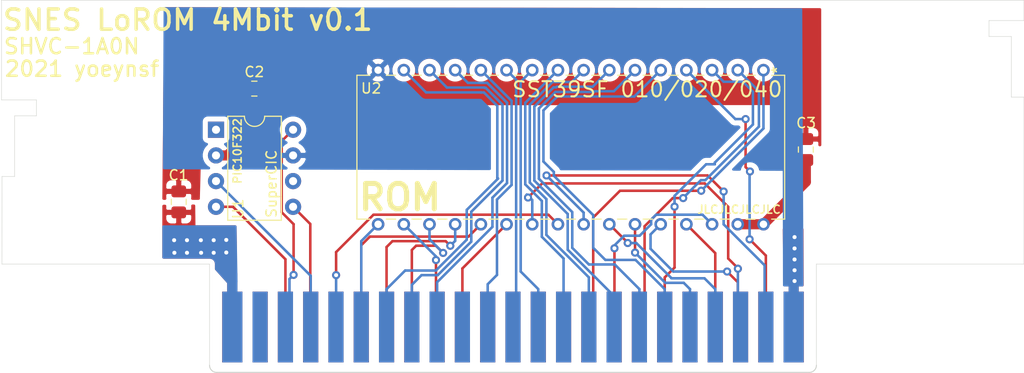
<source format=kicad_pcb>
(kicad_pcb (version 20171130) (host pcbnew "(5.1.10)-1")

  (general
    (thickness 1.2)
    (drawings 25)
    (tracks 279)
    (zones 0)
    (modules 6)
    (nets 47)
  )

  (page A4)
  (layers
    (0 F.Cu signal)
    (31 B.Cu signal)
    (32 B.Adhes user)
    (33 F.Adhes user)
    (34 B.Paste user)
    (35 F.Paste user)
    (36 B.SilkS user)
    (37 F.SilkS user)
    (38 B.Mask user)
    (39 F.Mask user)
    (40 Dwgs.User user hide)
    (41 Cmts.User user)
    (42 Eco1.User user)
    (43 Eco2.User user)
    (44 Edge.Cuts user)
    (45 Margin user)
    (46 B.CrtYd user)
    (47 F.CrtYd user)
    (48 B.Fab user)
    (49 F.Fab user)
  )

  (setup
    (last_trace_width 0.25)
    (user_trace_width 1)
    (trace_clearance 0.2)
    (zone_clearance 0.508)
    (zone_45_only no)
    (trace_min 0.2)
    (via_size 0.8)
    (via_drill 0.4)
    (via_min_size 0.4)
    (via_min_drill 0.3)
    (uvia_size 0.3)
    (uvia_drill 0.1)
    (uvias_allowed no)
    (uvia_min_size 0.2)
    (uvia_min_drill 0.1)
    (edge_width 0.05)
    (segment_width 0.2)
    (pcb_text_width 0.3)
    (pcb_text_size 1.5 1.5)
    (mod_edge_width 0.12)
    (mod_text_size 1 1)
    (mod_text_width 0.15)
    (pad_size 1.524 1.524)
    (pad_drill 0.762)
    (pad_to_mask_clearance 0)
    (aux_axis_origin 0 0)
    (visible_elements 7FFFFFFF)
    (pcbplotparams
      (layerselection 0x010fc_ffffffff)
      (usegerberextensions false)
      (usegerberattributes true)
      (usegerberadvancedattributes true)
      (creategerberjobfile true)
      (excludeedgelayer true)
      (linewidth 0.100000)
      (plotframeref false)
      (viasonmask false)
      (mode 1)
      (useauxorigin false)
      (hpglpennumber 1)
      (hpglpenspeed 20)
      (hpglpendiameter 15.000000)
      (psnegative false)
      (psa4output false)
      (plotreference true)
      (plotvalue true)
      (plotinvisibletext false)
      (padsonsilk false)
      (subtractmaskfromsilk false)
      (outputformat 1)
      (mirror false)
      (drillshape 0)
      (scaleselection 1)
      (outputdirectory "gerber/"))
  )

  (net 0 "")
  (net 1 VCC)
  (net 2 "Net-(C1-Pad1)")
  (net 3 "Net-(C2-Pad1)")
  (net 4 GND)
  (net 5 /A12)
  (net 6 /A13)
  (net 7 /A14)
  (net 8 /A15)
  (net 9 /B0)
  (net 10 /B1)
  (net 11 /B2)
  (net 12 /B3)
  (net 13 /B4)
  (net 14 /B5)
  (net 15 /B6)
  (net 16 /B7)
  (net 17 /~CART)
  (net 18 /D4)
  (net 19 /D5)
  (net 20 /D6)
  (net 21 /D7)
  (net 22 /~WR)
  (net 23 /CIC_DOUT2)
  (net 24 /CIC_CLK)
  (net 25 /CLK)
  (net 26 /A11)
  (net 27 /A10)
  (net 28 /A9)
  (net 29 /A8)
  (net 30 /A7)
  (net 31 /A6)
  (net 32 /A5)
  (net 33 /A4)
  (net 34 /A3)
  (net 35 /A2)
  (net 36 /A1)
  (net 37 /A0)
  (net 38 /~IRQ)
  (net 39 /D0)
  (net 40 /D1)
  (net 41 /D2)
  (net 42 /D3)
  (net 43 /~RD)
  (net 44 /CIC_DOUT1)
  (net 45 /CIC_DIN)
  (net 46 /~RESET)

  (net_class Default "This is the default net class."
    (clearance 0.2)
    (trace_width 0.25)
    (via_dia 0.8)
    (via_drill 0.4)
    (uvia_dia 0.3)
    (uvia_drill 0.1)
    (add_net /A0)
    (add_net /A1)
    (add_net /A10)
    (add_net /A11)
    (add_net /A12)
    (add_net /A13)
    (add_net /A14)
    (add_net /A15)
    (add_net /A2)
    (add_net /A3)
    (add_net /A4)
    (add_net /A5)
    (add_net /A6)
    (add_net /A7)
    (add_net /A8)
    (add_net /A9)
    (add_net /B0)
    (add_net /B1)
    (add_net /B2)
    (add_net /B3)
    (add_net /B4)
    (add_net /B5)
    (add_net /B6)
    (add_net /B7)
    (add_net /CIC_CLK)
    (add_net /CIC_DIN)
    (add_net /CIC_DOUT1)
    (add_net /CIC_DOUT2)
    (add_net /CLK)
    (add_net /D0)
    (add_net /D1)
    (add_net /D2)
    (add_net /D3)
    (add_net /D4)
    (add_net /D5)
    (add_net /D6)
    (add_net /D7)
    (add_net /~CART)
    (add_net /~IRQ)
    (add_net /~RD)
    (add_net /~RESET)
    (add_net /~WR)
    (add_net GND)
    (add_net "Net-(C1-Pad1)")
    (add_net "Net-(C2-Pad1)")
    (add_net VCC)
  )

  (module "5v Flash 512KB:SST39SF040-70-4C-PHE" (layer F.Cu) (tedit 0) (tstamp 618F06A1)
    (at 171.069 108.585 270)
    (path /618CE3BD)
    (fp_text reference U2 (at 1.8034 38.7858 180) (layer F.SilkS)
      (effects (font (size 1 1) (thickness 0.15)))
    )
    (fp_text value "SST39SF 010/020/040" (at 1.905 11.4935 180) (layer F.SilkS)
      (effects (font (size 1.5 1.5) (thickness 0.2)))
    )
    (fp_line (start 0.635 0.3683) (end 0.635 -0.3683) (layer F.Fab) (width 0.1))
    (fp_line (start 0.635 -0.3683) (end -0.3683 -0.3683) (layer F.Fab) (width 0.1))
    (fp_line (start -0.3683 -0.3683) (end -0.3683 0.3683) (layer F.Fab) (width 0.1))
    (fp_line (start -0.3683 0.3683) (end 0.635 0.3683) (layer F.Fab) (width 0.1))
    (fp_line (start 0.635 2.9083) (end 0.635 2.1717) (layer F.Fab) (width 0.1))
    (fp_line (start 0.635 2.1717) (end -0.3683 2.1717) (layer F.Fab) (width 0.1))
    (fp_line (start -0.3683 2.1717) (end -0.3683 2.9083) (layer F.Fab) (width 0.1))
    (fp_line (start -0.3683 2.9083) (end 0.635 2.9083) (layer F.Fab) (width 0.1))
    (fp_line (start 0.635 5.4483) (end 0.635 4.7117) (layer F.Fab) (width 0.1))
    (fp_line (start 0.635 4.7117) (end -0.3683 4.7117) (layer F.Fab) (width 0.1))
    (fp_line (start -0.3683 4.7117) (end -0.3683 5.4483) (layer F.Fab) (width 0.1))
    (fp_line (start -0.3683 5.4483) (end 0.635 5.4483) (layer F.Fab) (width 0.1))
    (fp_line (start 0.635 7.9883) (end 0.635 7.2517) (layer F.Fab) (width 0.1))
    (fp_line (start 0.635 7.2517) (end -0.3683 7.2517) (layer F.Fab) (width 0.1))
    (fp_line (start -0.3683 7.2517) (end -0.3683 7.9883) (layer F.Fab) (width 0.1))
    (fp_line (start -0.3683 7.9883) (end 0.635 7.9883) (layer F.Fab) (width 0.1))
    (fp_line (start 0.635 10.5283) (end 0.635 9.7917) (layer F.Fab) (width 0.1))
    (fp_line (start 0.635 9.7917) (end -0.3683 9.7917) (layer F.Fab) (width 0.1))
    (fp_line (start -0.3683 9.7917) (end -0.3683 10.5283) (layer F.Fab) (width 0.1))
    (fp_line (start -0.3683 10.5283) (end 0.635 10.5283) (layer F.Fab) (width 0.1))
    (fp_line (start 0.635 13.0683) (end 0.635 12.3317) (layer F.Fab) (width 0.1))
    (fp_line (start 0.635 12.3317) (end -0.3683 12.3317) (layer F.Fab) (width 0.1))
    (fp_line (start -0.3683 12.3317) (end -0.3683 13.0683) (layer F.Fab) (width 0.1))
    (fp_line (start -0.3683 13.0683) (end 0.635 13.0683) (layer F.Fab) (width 0.1))
    (fp_line (start 0.635 15.6083) (end 0.635 14.8717) (layer F.Fab) (width 0.1))
    (fp_line (start 0.635 14.8717) (end -0.3683 14.8717) (layer F.Fab) (width 0.1))
    (fp_line (start -0.3683 14.8717) (end -0.3683 15.6083) (layer F.Fab) (width 0.1))
    (fp_line (start -0.3683 15.6083) (end 0.635 15.6083) (layer F.Fab) (width 0.1))
    (fp_line (start 0.635 18.1483) (end 0.635 17.4117) (layer F.Fab) (width 0.1))
    (fp_line (start 0.635 17.4117) (end -0.3683 17.4117) (layer F.Fab) (width 0.1))
    (fp_line (start -0.3683 17.4117) (end -0.3683 18.1483) (layer F.Fab) (width 0.1))
    (fp_line (start -0.3683 18.1483) (end 0.635 18.1483) (layer F.Fab) (width 0.1))
    (fp_line (start 0.635 20.6883) (end 0.635 19.9517) (layer F.Fab) (width 0.1))
    (fp_line (start 0.635 19.9517) (end -0.3683 19.9517) (layer F.Fab) (width 0.1))
    (fp_line (start -0.3683 19.9517) (end -0.3683 20.6883) (layer F.Fab) (width 0.1))
    (fp_line (start -0.3683 20.6883) (end 0.635 20.6883) (layer F.Fab) (width 0.1))
    (fp_line (start 0.635 23.2283) (end 0.635 22.4917) (layer F.Fab) (width 0.1))
    (fp_line (start 0.635 22.4917) (end -0.3683 22.4917) (layer F.Fab) (width 0.1))
    (fp_line (start -0.3683 22.4917) (end -0.3683 23.2283) (layer F.Fab) (width 0.1))
    (fp_line (start -0.3683 23.2283) (end 0.635 23.2283) (layer F.Fab) (width 0.1))
    (fp_line (start 0.635 25.7683) (end 0.635 25.0317) (layer F.Fab) (width 0.1))
    (fp_line (start 0.635 25.0317) (end -0.3683 25.0317) (layer F.Fab) (width 0.1))
    (fp_line (start -0.3683 25.0317) (end -0.3683 25.7683) (layer F.Fab) (width 0.1))
    (fp_line (start -0.3683 25.7683) (end 0.635 25.7683) (layer F.Fab) (width 0.1))
    (fp_line (start 0.635 28.3083) (end 0.635 27.5717) (layer F.Fab) (width 0.1))
    (fp_line (start 0.635 27.5717) (end -0.3683 27.5717) (layer F.Fab) (width 0.1))
    (fp_line (start -0.3683 27.5717) (end -0.3683 28.3083) (layer F.Fab) (width 0.1))
    (fp_line (start -0.3683 28.3083) (end 0.635 28.3083) (layer F.Fab) (width 0.1))
    (fp_line (start 0.635 30.8483) (end 0.635 30.1117) (layer F.Fab) (width 0.1))
    (fp_line (start 0.635 30.1117) (end -0.3683 30.1117) (layer F.Fab) (width 0.1))
    (fp_line (start -0.3683 30.1117) (end -0.3683 30.8483) (layer F.Fab) (width 0.1))
    (fp_line (start -0.3683 30.8483) (end 0.635 30.8483) (layer F.Fab) (width 0.1))
    (fp_line (start 0.635 33.3883) (end 0.635 32.6517) (layer F.Fab) (width 0.1))
    (fp_line (start 0.635 32.6517) (end -0.3683 32.6517) (layer F.Fab) (width 0.1))
    (fp_line (start -0.3683 32.6517) (end -0.3683 33.3883) (layer F.Fab) (width 0.1))
    (fp_line (start -0.3683 33.3883) (end 0.635 33.3883) (layer F.Fab) (width 0.1))
    (fp_line (start 0.635 35.9283) (end 0.635 35.1917) (layer F.Fab) (width 0.1))
    (fp_line (start 0.635 35.1917) (end -0.3683 35.1917) (layer F.Fab) (width 0.1))
    (fp_line (start -0.3683 35.1917) (end -0.3683 35.9283) (layer F.Fab) (width 0.1))
    (fp_line (start -0.3683 35.9283) (end 0.635 35.9283) (layer F.Fab) (width 0.1))
    (fp_line (start 0.635 38.4683) (end 0.635 37.7317) (layer F.Fab) (width 0.1))
    (fp_line (start 0.635 37.7317) (end -0.3683 37.7317) (layer F.Fab) (width 0.1))
    (fp_line (start -0.3683 37.7317) (end -0.3683 38.4683) (layer F.Fab) (width 0.1))
    (fp_line (start -0.3683 38.4683) (end 0.635 38.4683) (layer F.Fab) (width 0.1))
    (fp_line (start 14.605 37.7317) (end 14.605 38.4683) (layer F.Fab) (width 0.1))
    (fp_line (start 14.605 38.4683) (end 15.6083 38.4683) (layer F.Fab) (width 0.1))
    (fp_line (start 15.6083 38.4683) (end 15.6083 37.7317) (layer F.Fab) (width 0.1))
    (fp_line (start 15.6083 37.7317) (end 14.605 37.7317) (layer F.Fab) (width 0.1))
    (fp_line (start 14.605 35.1917) (end 14.605 35.9283) (layer F.Fab) (width 0.1))
    (fp_line (start 14.605 35.9283) (end 15.6083 35.9283) (layer F.Fab) (width 0.1))
    (fp_line (start 15.6083 35.9283) (end 15.6083 35.1917) (layer F.Fab) (width 0.1))
    (fp_line (start 15.6083 35.1917) (end 14.605 35.1917) (layer F.Fab) (width 0.1))
    (fp_line (start 14.605 32.6517) (end 14.605 33.3883) (layer F.Fab) (width 0.1))
    (fp_line (start 14.605 33.3883) (end 15.6083 33.3883) (layer F.Fab) (width 0.1))
    (fp_line (start 15.6083 33.3883) (end 15.6083 32.6517) (layer F.Fab) (width 0.1))
    (fp_line (start 15.6083 32.6517) (end 14.605 32.6517) (layer F.Fab) (width 0.1))
    (fp_line (start 14.605 30.1117) (end 14.605 30.8483) (layer F.Fab) (width 0.1))
    (fp_line (start 14.605 30.8483) (end 15.6083 30.8483) (layer F.Fab) (width 0.1))
    (fp_line (start 15.6083 30.8483) (end 15.6083 30.1117) (layer F.Fab) (width 0.1))
    (fp_line (start 15.6083 30.1117) (end 14.605 30.1117) (layer F.Fab) (width 0.1))
    (fp_line (start 14.605 27.5717) (end 14.605 28.3083) (layer F.Fab) (width 0.1))
    (fp_line (start 14.605 28.3083) (end 15.6083 28.3083) (layer F.Fab) (width 0.1))
    (fp_line (start 15.6083 28.3083) (end 15.6083 27.5717) (layer F.Fab) (width 0.1))
    (fp_line (start 15.6083 27.5717) (end 14.605 27.5717) (layer F.Fab) (width 0.1))
    (fp_line (start 14.605 25.0317) (end 14.605 25.7683) (layer F.Fab) (width 0.1))
    (fp_line (start 14.605 25.7683) (end 15.6083 25.7683) (layer F.Fab) (width 0.1))
    (fp_line (start 15.6083 25.7683) (end 15.6083 25.0317) (layer F.Fab) (width 0.1))
    (fp_line (start 15.6083 25.0317) (end 14.605 25.0317) (layer F.Fab) (width 0.1))
    (fp_line (start 14.605 22.4917) (end 14.605 23.2283) (layer F.Fab) (width 0.1))
    (fp_line (start 14.605 23.2283) (end 15.6083 23.2283) (layer F.Fab) (width 0.1))
    (fp_line (start 15.6083 23.2283) (end 15.6083 22.4917) (layer F.Fab) (width 0.1))
    (fp_line (start 15.6083 22.4917) (end 14.605 22.4917) (layer F.Fab) (width 0.1))
    (fp_line (start 14.605 19.9517) (end 14.605 20.6883) (layer F.Fab) (width 0.1))
    (fp_line (start 14.605 20.6883) (end 15.6083 20.6883) (layer F.Fab) (width 0.1))
    (fp_line (start 15.6083 20.6883) (end 15.6083 19.9517) (layer F.Fab) (width 0.1))
    (fp_line (start 15.6083 19.9517) (end 14.605 19.9517) (layer F.Fab) (width 0.1))
    (fp_line (start 14.605 17.4117) (end 14.605 18.1483) (layer F.Fab) (width 0.1))
    (fp_line (start 14.605 18.1483) (end 15.6083 18.1483) (layer F.Fab) (width 0.1))
    (fp_line (start 15.6083 18.1483) (end 15.6083 17.4117) (layer F.Fab) (width 0.1))
    (fp_line (start 15.6083 17.4117) (end 14.605 17.4117) (layer F.Fab) (width 0.1))
    (fp_line (start 14.605 14.8717) (end 14.605 15.6083) (layer F.Fab) (width 0.1))
    (fp_line (start 14.605 15.6083) (end 15.6083 15.6083) (layer F.Fab) (width 0.1))
    (fp_line (start 15.6083 15.6083) (end 15.6083 14.8717) (layer F.Fab) (width 0.1))
    (fp_line (start 15.6083 14.8717) (end 14.605 14.8717) (layer F.Fab) (width 0.1))
    (fp_line (start 14.605 12.3317) (end 14.605 13.0683) (layer F.Fab) (width 0.1))
    (fp_line (start 14.605 13.0683) (end 15.6083 13.0683) (layer F.Fab) (width 0.1))
    (fp_line (start 15.6083 13.0683) (end 15.6083 12.3317) (layer F.Fab) (width 0.1))
    (fp_line (start 15.6083 12.3317) (end 14.605 12.3317) (layer F.Fab) (width 0.1))
    (fp_line (start 14.605 9.7917) (end 14.605 10.5283) (layer F.Fab) (width 0.1))
    (fp_line (start 14.605 10.5283) (end 15.6083 10.5283) (layer F.Fab) (width 0.1))
    (fp_line (start 15.6083 10.5283) (end 15.6083 9.7917) (layer F.Fab) (width 0.1))
    (fp_line (start 15.6083 9.7917) (end 14.605 9.7917) (layer F.Fab) (width 0.1))
    (fp_line (start 14.605 7.2517) (end 14.605 7.9883) (layer F.Fab) (width 0.1))
    (fp_line (start 14.605 7.9883) (end 15.6083 7.9883) (layer F.Fab) (width 0.1))
    (fp_line (start 15.6083 7.9883) (end 15.6083 7.2517) (layer F.Fab) (width 0.1))
    (fp_line (start 15.6083 7.2517) (end 14.605 7.2517) (layer F.Fab) (width 0.1))
    (fp_line (start 14.605 4.7117) (end 14.605 5.4483) (layer F.Fab) (width 0.1))
    (fp_line (start 14.605 5.4483) (end 15.6083 5.4483) (layer F.Fab) (width 0.1))
    (fp_line (start 15.6083 5.4483) (end 15.6083 4.7117) (layer F.Fab) (width 0.1))
    (fp_line (start 15.6083 4.7117) (end 14.605 4.7117) (layer F.Fab) (width 0.1))
    (fp_line (start 14.605 2.1717) (end 14.605 2.9083) (layer F.Fab) (width 0.1))
    (fp_line (start 14.605 2.9083) (end 15.6083 2.9083) (layer F.Fab) (width 0.1))
    (fp_line (start 15.6083 2.9083) (end 15.6083 2.1717) (layer F.Fab) (width 0.1))
    (fp_line (start 15.6083 2.1717) (end 14.605 2.1717) (layer F.Fab) (width 0.1))
    (fp_line (start 14.605 -0.3683) (end 14.605 0.3683) (layer F.Fab) (width 0.1))
    (fp_line (start 14.605 0.3683) (end 15.6083 0.3683) (layer F.Fab) (width 0.1))
    (fp_line (start 15.6083 0.3683) (end 15.6083 -0.3683) (layer F.Fab) (width 0.1))
    (fp_line (start 15.6083 -0.3683) (end 14.605 -0.3683) (layer F.Fab) (width 0.1))
    (fp_line (start 0.508 40.1955) (end 14.732 40.1955) (layer F.SilkS) (width 0.12))
    (fp_line (start 14.732 40.1955) (end 14.732 38.908726) (layer F.SilkS) (width 0.12))
    (fp_line (start 14.732 -2.0955) (end 0.508 -2.0955) (layer F.SilkS) (width 0.12))
    (fp_line (start 0.508 -2.0955) (end 0.508 -0.808726) (layer F.SilkS) (width 0.12))
    (fp_line (start 0.635 40.0685) (end 14.605 40.0685) (layer F.Fab) (width 0.1))
    (fp_line (start 14.605 40.0685) (end 14.605 -1.9685) (layer F.Fab) (width 0.1))
    (fp_line (start 14.605 -1.9685) (end 0.635 -1.9685) (layer F.Fab) (width 0.1))
    (fp_line (start 0.635 -1.9685) (end 0.635 40.0685) (layer F.Fab) (width 0.1))
    (fp_line (start 0.508 0.808726) (end 0.508 1.731274) (layer F.SilkS) (width 0.12))
    (fp_line (start 0.508 3.348726) (end 0.508 4.271274) (layer F.SilkS) (width 0.12))
    (fp_line (start 0.508 5.888726) (end 0.508 6.811274) (layer F.SilkS) (width 0.12))
    (fp_line (start 0.508 8.428726) (end 0.508 9.351274) (layer F.SilkS) (width 0.12))
    (fp_line (start 0.508 10.968726) (end 0.508 11.891274) (layer F.SilkS) (width 0.12))
    (fp_line (start 0.508 13.508726) (end 0.508 14.431274) (layer F.SilkS) (width 0.12))
    (fp_line (start 0.508 16.048726) (end 0.508 16.971274) (layer F.SilkS) (width 0.12))
    (fp_line (start 0.508 18.588726) (end 0.508 19.511274) (layer F.SilkS) (width 0.12))
    (fp_line (start 0.508 21.128726) (end 0.508 22.051274) (layer F.SilkS) (width 0.12))
    (fp_line (start 0.508 23.668726) (end 0.508 24.591274) (layer F.SilkS) (width 0.12))
    (fp_line (start 0.508 26.208726) (end 0.508 27.131274) (layer F.SilkS) (width 0.12))
    (fp_line (start 0.508 28.748726) (end 0.508 29.671274) (layer F.SilkS) (width 0.12))
    (fp_line (start 0.508 31.288726) (end 0.508 32.211274) (layer F.SilkS) (width 0.12))
    (fp_line (start 0.508 33.828726) (end 0.508 34.751274) (layer F.SilkS) (width 0.12))
    (fp_line (start 0.508 36.368726) (end 0.508 37.291274) (layer F.SilkS) (width 0.12))
    (fp_line (start 0.508 38.908726) (end 0.508 40.1955) (layer F.SilkS) (width 0.12))
    (fp_line (start 14.732 37.291274) (end 14.732 36.368726) (layer F.SilkS) (width 0.12))
    (fp_line (start 14.732 34.751274) (end 14.732 33.828726) (layer F.SilkS) (width 0.12))
    (fp_line (start 14.732 32.211274) (end 14.732 31.288726) (layer F.SilkS) (width 0.12))
    (fp_line (start 14.732 29.671274) (end 14.732 28.748726) (layer F.SilkS) (width 0.12))
    (fp_line (start 14.732 27.131274) (end 14.732 26.208726) (layer F.SilkS) (width 0.12))
    (fp_line (start 14.732 24.591274) (end 14.732 23.668726) (layer F.SilkS) (width 0.12))
    (fp_line (start 14.732 22.051274) (end 14.732 21.128726) (layer F.SilkS) (width 0.12))
    (fp_line (start 14.732 19.511274) (end 14.732 18.588726) (layer F.SilkS) (width 0.12))
    (fp_line (start 14.732 16.971274) (end 14.732 16.048726) (layer F.SilkS) (width 0.12))
    (fp_line (start 14.732 14.431274) (end 14.732 13.508726) (layer F.SilkS) (width 0.12))
    (fp_line (start 14.732 11.891274) (end 14.732 10.968726) (layer F.SilkS) (width 0.12))
    (fp_line (start 14.732 9.351274) (end 14.732 8.428726) (layer F.SilkS) (width 0.12))
    (fp_line (start 14.732 6.811274) (end 14.732 5.888726) (layer F.SilkS) (width 0.12))
    (fp_line (start 14.732 4.271274) (end 14.732 3.348726) (layer F.SilkS) (width 0.12))
    (fp_line (start 14.732 1.731274) (end 14.732 0.808726) (layer F.SilkS) (width 0.12))
    (fp_line (start 14.732 -0.808726) (end 14.732 -2.0955) (layer F.SilkS) (width 0.12))
    (fp_line (start 16.1163 38.9763) (end 16.1163 -0.8763) (layer F.CrtYd) (width 0.05))
    (fp_line (start 16.1163 -0.8763) (end 14.859 -0.8763) (layer F.CrtYd) (width 0.05))
    (fp_line (start 14.859 -0.8763) (end 14.859 -2.2225) (layer F.CrtYd) (width 0.05))
    (fp_line (start 14.859 -2.2225) (end 0.381 -2.2225) (layer F.CrtYd) (width 0.05))
    (fp_line (start 0.381 -2.2225) (end 0.381 -0.8763) (layer F.CrtYd) (width 0.05))
    (fp_line (start 0.381 -0.8763) (end -0.8763 -0.8763) (layer F.CrtYd) (width 0.05))
    (fp_line (start -0.8763 -0.8763) (end -0.8763 38.9763) (layer F.CrtYd) (width 0.05))
    (fp_line (start -0.8763 38.9763) (end 0.381 38.9763) (layer F.CrtYd) (width 0.05))
    (fp_line (start 0.381 38.9763) (end 0.381 40.3225) (layer F.CrtYd) (width 0.05))
    (fp_line (start 0.381 40.3225) (end 14.859 40.3225) (layer F.CrtYd) (width 0.05))
    (fp_line (start 14.859 40.3225) (end 14.859 38.9763) (layer F.CrtYd) (width 0.05))
    (fp_line (start 14.859 38.9763) (end 16.1163 38.9763) (layer F.CrtYd) (width 0.05))
    (fp_arc (start 7.62 -1.9685) (end 7.3152 -1.9685) (angle -180) (layer F.Fab) (width 0.1))
    (fp_arc (start 7.62 -1.9685) (end 5.291667 -1.9685) (angle -180) (layer F.CrtYd) (width 0.05))
    (fp_text user * (at 0 -1.3843 90) (layer F.SilkS)
      (effects (font (size 1 1) (thickness 0.15)))
    )
    (fp_text user * (at 0.889 0 90) (layer F.Fab)
      (effects (font (size 1 1) (thickness 0.15)))
    )
    (fp_text user 0.049in/1.245mm (at 0 42.4815 90) (layer Dwgs.User) hide
      (effects (font (size 1 1) (thickness 0.15)))
    )
    (fp_text user 0.6in/15.24mm (at 6.2738 -10.16 90) (layer Dwgs.User) hide
      (effects (font (size 1 1) (thickness 0.15)))
    )
    (fp_text user 0.049in/1.245mm (at 18.288 0 90) (layer Dwgs.User) hide
      (effects (font (size 1 1) (thickness 0.15)))
    )
    (fp_text user 0.1in/2.54mm (at -3.048 1.27 90) (layer Dwgs.User) hide
      (effects (font (size 1 1) (thickness 0.15)))
    )
    (fp_text user * (at 0.889 0 90) (layer F.Fab)
      (effects (font (size 1 1) (thickness 0.15)))
    )
    (fp_text user * (at 0 -1.3843 90) (layer F.SilkS)
      (effects (font (size 1 1) (thickness 0.15)))
    )
    (fp_text user "Copyright 2021 Accelerated Designs. All rights reserved." (at 0 0 90) (layer Cmts.User)
      (effects (font (size 0.127 0.127) (thickness 0.002)))
    )
    (pad 32 thru_hole circle (at 15.24 0 270) (size 1.2446 1.2446) (drill 0.7366) (layers *.Cu *.Mask)
      (net 1 VCC))
    (pad 31 thru_hole circle (at 15.24 2.54 270) (size 1.2446 1.2446) (drill 0.7366) (layers *.Cu *.Mask)
      (net 1 VCC))
    (pad 30 thru_hole circle (at 15.24 5.08 270) (size 1.2446 1.2446) (drill 0.7366) (layers *.Cu *.Mask)
      (net 11 /B2))
    (pad 29 thru_hole circle (at 15.24 7.62 270) (size 1.2446 1.2446) (drill 0.7366) (layers *.Cu *.Mask)
      (net 7 /A14))
    (pad 28 thru_hole circle (at 15.24 10.16 270) (size 1.2446 1.2446) (drill 0.7366) (layers *.Cu *.Mask)
      (net 6 /A13))
    (pad 27 thru_hole circle (at 15.24 12.7 270) (size 1.2446 1.2446) (drill 0.7366) (layers *.Cu *.Mask)
      (net 29 /A8))
    (pad 26 thru_hole circle (at 15.24 15.24 270) (size 1.2446 1.2446) (drill 0.7366) (layers *.Cu *.Mask)
      (net 28 /A9))
    (pad 25 thru_hole circle (at 15.24 17.78 270) (size 1.2446 1.2446) (drill 0.7366) (layers *.Cu *.Mask)
      (net 26 /A11))
    (pad 24 thru_hole circle (at 15.24 20.32 270) (size 1.2446 1.2446) (drill 0.7366) (layers *.Cu *.Mask)
      (net 43 /~RD))
    (pad 23 thru_hole circle (at 15.24 22.86 270) (size 1.2446 1.2446) (drill 0.7366) (layers *.Cu *.Mask)
      (net 27 /A10))
    (pad 22 thru_hole circle (at 15.24 25.4 270) (size 1.2446 1.2446) (drill 0.7366) (layers *.Cu *.Mask)
      (net 17 /~CART))
    (pad 21 thru_hole circle (at 15.24 27.94 270) (size 1.2446 1.2446) (drill 0.7366) (layers *.Cu *.Mask)
      (net 21 /D7))
    (pad 20 thru_hole circle (at 15.24 30.48 270) (size 1.2446 1.2446) (drill 0.7366) (layers *.Cu *.Mask)
      (net 20 /D6))
    (pad 19 thru_hole circle (at 15.24 33.02 270) (size 1.2446 1.2446) (drill 0.7366) (layers *.Cu *.Mask)
      (net 19 /D5))
    (pad 18 thru_hole circle (at 15.24 35.56 270) (size 1.2446 1.2446) (drill 0.7366) (layers *.Cu *.Mask)
      (net 18 /D4))
    (pad 17 thru_hole circle (at 15.24 38.1 270) (size 1.2446 1.2446) (drill 0.7366) (layers *.Cu *.Mask)
      (net 42 /D3))
    (pad 16 thru_hole circle (at 0 38.1 270) (size 1.2446 1.2446) (drill 0.7366) (layers *.Cu *.Mask)
      (net 4 GND))
    (pad 15 thru_hole circle (at 0 35.56 270) (size 1.2446 1.2446) (drill 0.7366) (layers *.Cu *.Mask)
      (net 41 /D2))
    (pad 14 thru_hole circle (at 0 33.02 270) (size 1.2446 1.2446) (drill 0.7366) (layers *.Cu *.Mask)
      (net 40 /D1))
    (pad 13 thru_hole circle (at 0 30.48 270) (size 1.2446 1.2446) (drill 0.7366) (layers *.Cu *.Mask)
      (net 39 /D0))
    (pad 12 thru_hole circle (at 0 27.94 270) (size 1.2446 1.2446) (drill 0.7366) (layers *.Cu *.Mask)
      (net 37 /A0))
    (pad 11 thru_hole circle (at 0 25.4 270) (size 1.2446 1.2446) (drill 0.7366) (layers *.Cu *.Mask)
      (net 36 /A1))
    (pad 10 thru_hole circle (at 0 22.86 270) (size 1.2446 1.2446) (drill 0.7366) (layers *.Cu *.Mask)
      (net 35 /A2))
    (pad 9 thru_hole circle (at 0 20.32 270) (size 1.2446 1.2446) (drill 0.7366) (layers *.Cu *.Mask)
      (net 34 /A3))
    (pad 8 thru_hole circle (at 0 17.78 270) (size 1.2446 1.2446) (drill 0.7366) (layers *.Cu *.Mask)
      (net 33 /A4))
    (pad 7 thru_hole circle (at 0 15.24 270) (size 1.2446 1.2446) (drill 0.7366) (layers *.Cu *.Mask)
      (net 32 /A5))
    (pad 6 thru_hole circle (at 0 12.7 270) (size 1.2446 1.2446) (drill 0.7366) (layers *.Cu *.Mask)
      (net 31 /A6))
    (pad 5 thru_hole circle (at 0 10.16 270) (size 1.2446 1.2446) (drill 0.7366) (layers *.Cu *.Mask)
      (net 30 /A7))
    (pad 4 thru_hole circle (at 0 7.62 270) (size 1.2446 1.2446) (drill 0.7366) (layers *.Cu *.Mask)
      (net 5 /A12))
    (pad 3 thru_hole circle (at 0 5.08 270) (size 1.2446 1.2446) (drill 0.7366) (layers *.Cu *.Mask)
      (net 9 /B0))
    (pad 2 thru_hole circle (at 0 2.54 270) (size 1.2446 1.2446) (drill 0.7366) (layers *.Cu *.Mask)
      (net 10 /B1))
    (pad 1 thru_hole circle (at 0 0 270) (size 1.2446 1.2446) (drill 0.7366) (layers *.Cu *.Mask)
      (net 12 /B3))
  )

  (module Package_DIP:DIP-8_W7.62mm (layer F.Cu) (tedit 5A02E8C5) (tstamp 618FF55A)
    (at 116.9416 114.4778)
    (descr "8-lead though-hole mounted DIP package, row spacing 7.62 mm (300 mils)")
    (tags "THT DIP DIL PDIP 2.54mm 7.62mm 300mil")
    (path /618F940F)
    (fp_text reference U1 (at 2.1844 7.8232 90) (layer F.SilkS)
      (effects (font (size 1 1) (thickness 0.15)))
    )
    (fp_text value PIC10F322 (at 2.1209 2.1082 90) (layer F.SilkS)
      (effects (font (size 0.8 0.8) (thickness 0.15)))
    )
    (fp_line (start 1.635 -1.27) (end 6.985 -1.27) (layer F.Fab) (width 0.1))
    (fp_line (start 6.985 -1.27) (end 6.985 8.89) (layer F.Fab) (width 0.1))
    (fp_line (start 6.985 8.89) (end 0.635 8.89) (layer F.Fab) (width 0.1))
    (fp_line (start 0.635 8.89) (end 0.635 -0.27) (layer F.Fab) (width 0.1))
    (fp_line (start 0.635 -0.27) (end 1.635 -1.27) (layer F.Fab) (width 0.1))
    (fp_line (start 2.81 -1.33) (end 1.16 -1.33) (layer F.SilkS) (width 0.12))
    (fp_line (start 1.16 -1.33) (end 1.16 8.95) (layer F.SilkS) (width 0.12))
    (fp_line (start 1.16 8.95) (end 6.46 8.95) (layer F.SilkS) (width 0.12))
    (fp_line (start 6.46 8.95) (end 6.46 -1.33) (layer F.SilkS) (width 0.12))
    (fp_line (start 6.46 -1.33) (end 4.81 -1.33) (layer F.SilkS) (width 0.12))
    (fp_line (start -1.1 -1.55) (end -1.1 9.15) (layer F.CrtYd) (width 0.05))
    (fp_line (start -1.1 9.15) (end 8.7 9.15) (layer F.CrtYd) (width 0.05))
    (fp_line (start 8.7 9.15) (end 8.7 -1.55) (layer F.CrtYd) (width 0.05))
    (fp_line (start 8.7 -1.55) (end -1.1 -1.55) (layer F.CrtYd) (width 0.05))
    (fp_text user %R (at 3.81 3.81) (layer F.Fab)
      (effects (font (size 1 1) (thickness 0.15)))
    )
    (fp_arc (start 3.81 -1.33) (end 2.81 -1.33) (angle -180) (layer F.SilkS) (width 0.12))
    (pad 8 thru_hole oval (at 7.62 0) (size 1.6 1.6) (drill 0.8) (layers *.Cu *.Mask)
      (net 45 /CIC_DIN))
    (pad 4 thru_hole oval (at 0 7.62) (size 1.6 1.6) (drill 0.8) (layers *.Cu *.Mask)
      (net 24 /CIC_CLK))
    (pad 7 thru_hole oval (at 7.62 2.54) (size 1.6 1.6) (drill 0.8) (layers *.Cu *.Mask)
      (net 4 GND))
    (pad 3 thru_hole oval (at 0 5.08) (size 1.6 1.6) (drill 0.8) (layers *.Cu *.Mask)
      (net 44 /CIC_DOUT1))
    (pad 6 thru_hole oval (at 7.62 5.08) (size 1.6 1.6) (drill 0.8) (layers *.Cu *.Mask))
    (pad 2 thru_hole oval (at 0 2.54) (size 1.6 1.6) (drill 0.8) (layers *.Cu *.Mask)
      (net 3 "Net-(C2-Pad1)"))
    (pad 5 thru_hole oval (at 7.62 7.62) (size 1.6 1.6) (drill 0.8) (layers *.Cu *.Mask)
      (net 23 /CIC_DOUT2))
    (pad 1 thru_hole rect (at 0 0) (size 1.6 1.6) (drill 0.8) (layers *.Cu *.Mask))
    (model ${KISYS3DMOD}/Package_DIP.3dshapes/DIP-8_W7.62mm.wrl
      (at (xyz 0 0 0))
      (scale (xyz 1 1 1))
      (rotate (xyz 0 0 0))
    )
  )

  (module yoey_footprints:SNES_Cart_pins (layer F.Cu) (tedit 618E9882) (tstamp 618F05A2)
    (at 146.304 133.46938)
    (path /618C20A4)
    (solder_mask_margin 0.01016)
    (solder_paste_margin -0.01016)
    (fp_text reference J1 (at -0.762 32.01162) (layer F.SilkS) hide
      (effects (font (size 1.524 1.524) (thickness 0.3048)))
    )
    (fp_text value "Cartridge Connector" (at -0.381 31.31312) (layer F.SilkS) hide
      (effects (font (size 1.524 1.524) (thickness 0.3048)))
    )
    (fp_line (start -29.2989 5.00126) (end 29.2989 5.00126) (layer Edge.Cuts) (width 0.1016))
    (fp_arc (start 29.2989 4.30022) (end 29.99994 4.30022) (angle 90) (layer Edge.Cuts) (width 0.09906))
    (fp_arc (start -29.2989 4.30022) (end -29.2989 5.00126) (angle 90) (layer Edge.Cuts) (width 0.09906))
    (pad "" connect rect (at 0 1.00076) (size 59.99988 8.001) (layers *.Mask))
    (pad 23 connect rect (at -27.7495 0.51562 180) (size 1.99898 7.00024) (layers B.Cu)
      (net 2 "Net-(C1-Pad1)"))
    (pad 22 connect rect (at -25.00122 0.51562 180) (size 1.50114 7.00024) (layers B.Cu)
      (net 46 /~RESET))
    (pad 21 connect rect (at -22.49932 0.51562 180) (size 1.50114 7.00024) (layers B.Cu)
      (net 45 /CIC_DIN))
    (pad 20 connect rect (at -19.99996 0.51562 180) (size 1.50114 7.00024) (layers B.Cu)
      (net 44 /CIC_DOUT1))
    (pad 19 connect rect (at -17.5006 0.51562 180) (size 1.50114 7.00024) (layers B.Cu)
      (net 43 /~RD))
    (pad 18 connect rect (at -15.00124 0.51562 180) (size 1.50114 7.00024) (layers B.Cu)
      (net 42 /D3))
    (pad 17 connect rect (at -12.49934 0.51562 180) (size 1.50114 7.00024) (layers B.Cu)
      (net 41 /D2))
    (pad 16 connect rect (at -9.99998 0.51562 180) (size 1.50114 7.00024) (layers B.Cu)
      (net 40 /D1))
    (pad 15 connect rect (at -7.50062 0.51562 180) (size 1.50114 7.00024) (layers B.Cu)
      (net 39 /D0))
    (pad 14 connect rect (at -5.00126 0.51562 180) (size 1.50114 7.00024) (layers B.Cu)
      (net 38 /~IRQ))
    (pad 13 connect rect (at -2.49936 0.51562 180) (size 1.50114 7.00024) (layers B.Cu)
      (net 37 /A0))
    (pad 12 connect rect (at 0 0.51562 180) (size 1.50114 7.00024) (layers B.Cu)
      (net 36 /A1))
    (pad 11 connect rect (at 2.49936 0.51562 180) (size 1.50114 7.00024) (layers B.Cu)
      (net 35 /A2))
    (pad 10 connect rect (at 5.00126 0.51562 180) (size 1.50114 7.00024) (layers B.Cu)
      (net 34 /A3))
    (pad 9 connect rect (at 7.50062 0.51562 180) (size 1.50114 7.00024) (layers B.Cu)
      (net 33 /A4))
    (pad 8 connect rect (at 9.99998 0.51562 180) (size 1.50114 7.00024) (layers B.Cu)
      (net 32 /A5))
    (pad 7 connect rect (at 12.49934 0.51562 180) (size 1.50114 7.00024) (layers B.Cu)
      (net 31 /A6))
    (pad 6 connect rect (at 15.00124 0.51562 180) (size 1.50114 7.00024) (layers B.Cu)
      (net 30 /A7))
    (pad 5 connect rect (at 17.5006 0.51562 180) (size 1.50114 7.00024) (layers B.Cu)
      (net 29 /A8))
    (pad 4 connect rect (at 19.99996 0.51562 180) (size 1.50114 7.00024) (layers B.Cu)
      (net 28 /A9))
    (pad 3 connect rect (at 22.49932 0.51562 180) (size 1.50114 7.00024) (layers B.Cu)
      (net 27 /A10))
    (pad 2 connect rect (at 25.00122 0.51562 180) (size 1.50114 7.00024) (layers B.Cu)
      (net 26 /A11))
    (pad 1 connect rect (at 27.7495 0.51562 180) (size 1.99898 7.00024) (layers B.Cu)
      (net 4 GND))
    (pad 46 connect rect (at -27.7495 0.51562 180) (size 1.99898 7.00024) (layers F.Cu)
      (net 2 "Net-(C1-Pad1)"))
    (pad 45 connect rect (at -25.00122 0.51562 180) (size 1.50114 7.00024) (layers F.Cu)
      (net 25 /CLK))
    (pad 44 connect rect (at -22.49932 0.51562 180) (size 1.50114 7.00024) (layers F.Cu)
      (net 24 /CIC_CLK))
    (pad 43 connect rect (at -19.99996 0.51562 180) (size 1.50114 7.00024) (layers F.Cu)
      (net 23 /CIC_DOUT2))
    (pad 42 connect rect (at -17.5006 0.51562 180) (size 1.50114 7.00024) (layers F.Cu)
      (net 22 /~WR))
    (pad 41 connect rect (at -15.00124 0.51562 180) (size 1.50114 7.00024) (layers F.Cu)
      (net 21 /D7))
    (pad 40 connect rect (at -12.49934 0.51562 180) (size 1.50114 7.00024) (layers F.Cu)
      (net 20 /D6))
    (pad 39 connect rect (at -9.99998 0.51562 180) (size 1.50114 7.00024) (layers F.Cu)
      (net 19 /D5))
    (pad 38 connect rect (at -7.50062 0.51562 180) (size 1.50114 7.00024) (layers F.Cu)
      (net 18 /D4))
    (pad 37 connect rect (at -5.00126 0.51562 180) (size 1.50114 7.00024) (layers F.Cu)
      (net 17 /~CART))
    (pad 36 connect rect (at -2.49936 0.51562 180) (size 1.50114 7.00024) (layers F.Cu)
      (net 16 /B7))
    (pad 35 connect rect (at 0 0.51562 180) (size 1.50114 7.00024) (layers F.Cu)
      (net 15 /B6))
    (pad 34 connect rect (at 2.49936 0.51562 180) (size 1.50114 7.00024) (layers F.Cu)
      (net 14 /B5))
    (pad 33 connect rect (at 5.00126 0.51562 180) (size 1.50114 7.00024) (layers F.Cu)
      (net 13 /B4))
    (pad 32 connect rect (at 7.50062 0.51562 180) (size 1.50114 7.00024) (layers F.Cu)
      (net 12 /B3))
    (pad 31 connect rect (at 9.99998 0.51562 180) (size 1.50114 7.00024) (layers F.Cu)
      (net 11 /B2))
    (pad 30 connect rect (at 12.49934 0.51562 180) (size 1.50114 7.00024) (layers F.Cu)
      (net 10 /B1))
    (pad 29 connect rect (at 15.00124 0.51562 180) (size 1.50114 7.00024) (layers F.Cu)
      (net 9 /B0))
    (pad 28 connect rect (at 17.5006 0.51562 180) (size 1.50114 7.00024) (layers F.Cu)
      (net 8 /A15))
    (pad 27 connect rect (at 19.99996 0.51562 180) (size 1.50114 7.00024) (layers F.Cu)
      (net 7 /A14))
    (pad 26 connect rect (at 22.49932 0.51562 180) (size 1.50114 7.00024) (layers F.Cu)
      (net 6 /A13))
    (pad 25 connect rect (at 25.00122 0.51562 180) (size 1.50114 7.00024) (layers F.Cu)
      (net 5 /A12))
    (pad 24 connect rect (at 27.7495 0.51562 180) (size 1.99898 7.00024) (layers F.Cu)
      (net 4 GND))
  )

  (module Capacitor_SMD:C_0805_2012Metric_Pad1.18x1.45mm_HandSolder (layer F.Cu) (tedit 5F68FEEF) (tstamp 618F056C)
    (at 175.26 116.4375 270)
    (descr "Capacitor SMD 0805 (2012 Metric), square (rectangular) end terminal, IPC_7351 nominal with elongated pad for handsoldering. (Body size source: IPC-SM-782 page 76, https://www.pcb-3d.com/wordpress/wp-content/uploads/ipc-sm-782a_amendment_1_and_2.pdf, https://docs.google.com/spreadsheets/d/1BsfQQcO9C6DZCsRaXUlFlo91Tg2WpOkGARC1WS5S8t0/edit?usp=sharing), generated with kicad-footprint-generator")
    (tags "capacitor handsolder")
    (path /6194D705)
    (attr smd)
    (fp_text reference C3 (at -2.6201 -0.0254 180) (layer F.SilkS)
      (effects (font (size 1 1) (thickness 0.15)))
    )
    (fp_text value 0.1uf (at -0.0293 -1.8796 90) (layer F.Fab)
      (effects (font (size 1 1) (thickness 0.15)))
    )
    (fp_line (start -1 0.625) (end -1 -0.625) (layer F.Fab) (width 0.1))
    (fp_line (start -1 -0.625) (end 1 -0.625) (layer F.Fab) (width 0.1))
    (fp_line (start 1 -0.625) (end 1 0.625) (layer F.Fab) (width 0.1))
    (fp_line (start 1 0.625) (end -1 0.625) (layer F.Fab) (width 0.1))
    (fp_line (start -0.261252 -0.735) (end 0.261252 -0.735) (layer F.SilkS) (width 0.12))
    (fp_line (start -0.261252 0.735) (end 0.261252 0.735) (layer F.SilkS) (width 0.12))
    (fp_line (start -1.88 0.98) (end -1.88 -0.98) (layer F.CrtYd) (width 0.05))
    (fp_line (start -1.88 -0.98) (end 1.88 -0.98) (layer F.CrtYd) (width 0.05))
    (fp_line (start 1.88 -0.98) (end 1.88 0.98) (layer F.CrtYd) (width 0.05))
    (fp_line (start 1.88 0.98) (end -1.88 0.98) (layer F.CrtYd) (width 0.05))
    (fp_text user %R (at 0 0 90) (layer F.Fab)
      (effects (font (size 0.5 0.5) (thickness 0.08)))
    )
    (pad 2 smd roundrect (at 1.0375 0 270) (size 1.175 1.45) (layers F.Cu F.Paste F.Mask) (roundrect_rratio 0.2127659574468085)
      (net 1 VCC))
    (pad 1 smd roundrect (at -1.0375 0 270) (size 1.175 1.45) (layers F.Cu F.Paste F.Mask) (roundrect_rratio 0.2127659574468085)
      (net 1 VCC))
    (model ${KISYS3DMOD}/Capacitor_SMD.3dshapes/C_0805_2012Metric.wrl
      (at (xyz 0 0 0))
      (scale (xyz 1 1 1))
      (rotate (xyz 0 0 0))
    )
  )

  (module Capacitor_SMD:C_0805_2012Metric_Pad1.18x1.45mm_HandSolder (layer F.Cu) (tedit 5F68FEEF) (tstamp 618F055B)
    (at 120.7301 110.4138 180)
    (descr "Capacitor SMD 0805 (2012 Metric), square (rectangular) end terminal, IPC_7351 nominal with elongated pad for handsoldering. (Body size source: IPC-SM-782 page 76, https://www.pcb-3d.com/wordpress/wp-content/uploads/ipc-sm-782a_amendment_1_and_2.pdf, https://docs.google.com/spreadsheets/d/1BsfQQcO9C6DZCsRaXUlFlo91Tg2WpOkGARC1WS5S8t0/edit?usp=sharing), generated with kicad-footprint-generator")
    (tags "capacitor handsolder")
    (path /619411BC)
    (attr smd)
    (fp_text reference C2 (at 0 1.651) (layer F.SilkS)
      (effects (font (size 1 1) (thickness 0.15)))
    )
    (fp_text value 0.1uf (at 0.1485 -1.778) (layer F.Fab)
      (effects (font (size 1 1) (thickness 0.15)))
    )
    (fp_line (start -1 0.625) (end -1 -0.625) (layer F.Fab) (width 0.1))
    (fp_line (start -1 -0.625) (end 1 -0.625) (layer F.Fab) (width 0.1))
    (fp_line (start 1 -0.625) (end 1 0.625) (layer F.Fab) (width 0.1))
    (fp_line (start 1 0.625) (end -1 0.625) (layer F.Fab) (width 0.1))
    (fp_line (start -0.261252 -0.735) (end 0.261252 -0.735) (layer F.SilkS) (width 0.12))
    (fp_line (start -0.261252 0.735) (end 0.261252 0.735) (layer F.SilkS) (width 0.12))
    (fp_line (start -1.88 0.98) (end -1.88 -0.98) (layer F.CrtYd) (width 0.05))
    (fp_line (start -1.88 -0.98) (end 1.88 -0.98) (layer F.CrtYd) (width 0.05))
    (fp_line (start 1.88 -0.98) (end 1.88 0.98) (layer F.CrtYd) (width 0.05))
    (fp_line (start 1.88 0.98) (end -1.88 0.98) (layer F.CrtYd) (width 0.05))
    (fp_text user %R (at 0 0) (layer F.Fab)
      (effects (font (size 0.5 0.5) (thickness 0.08)))
    )
    (pad 2 smd roundrect (at 1.0375 0 180) (size 1.175 1.45) (layers F.Cu F.Paste F.Mask) (roundrect_rratio 0.2127659574468085)
      (net 1 VCC))
    (pad 1 smd roundrect (at -1.0375 0 180) (size 1.175 1.45) (layers F.Cu F.Paste F.Mask) (roundrect_rratio 0.2127659574468085)
      (net 3 "Net-(C2-Pad1)"))
    (model ${KISYS3DMOD}/Capacitor_SMD.3dshapes/C_0805_2012Metric.wrl
      (at (xyz 0 0 0))
      (scale (xyz 1 1 1))
      (rotate (xyz 0 0 0))
    )
  )

  (module Capacitor_SMD:C_0805_2012Metric_Pad1.18x1.45mm_HandSolder (layer F.Cu) (tedit 5F68FEEF) (tstamp 618F2981)
    (at 113.2586 121.6113 90)
    (descr "Capacitor SMD 0805 (2012 Metric), square (rectangular) end terminal, IPC_7351 nominal with elongated pad for handsoldering. (Body size source: IPC-SM-782 page 76, https://www.pcb-3d.com/wordpress/wp-content/uploads/ipc-sm-782a_amendment_1_and_2.pdf, https://docs.google.com/spreadsheets/d/1BsfQQcO9C6DZCsRaXUlFlo91Tg2WpOkGARC1WS5S8t0/edit?usp=sharing), generated with kicad-footprint-generator")
    (tags "capacitor handsolder")
    (path /61927CCC)
    (attr smd)
    (fp_text reference C1 (at 2.6377 -0.0254 180) (layer F.SilkS)
      (effects (font (size 1 1) (thickness 0.15)))
    )
    (fp_text value 22uf (at 0 1.68 90) (layer F.Fab)
      (effects (font (size 1 1) (thickness 0.15)))
    )
    (fp_line (start -1 0.625) (end -1 -0.625) (layer F.Fab) (width 0.1))
    (fp_line (start -1 -0.625) (end 1 -0.625) (layer F.Fab) (width 0.1))
    (fp_line (start 1 -0.625) (end 1 0.625) (layer F.Fab) (width 0.1))
    (fp_line (start 1 0.625) (end -1 0.625) (layer F.Fab) (width 0.1))
    (fp_line (start -0.261252 -0.735) (end 0.261252 -0.735) (layer F.SilkS) (width 0.12))
    (fp_line (start -0.261252 0.735) (end 0.261252 0.735) (layer F.SilkS) (width 0.12))
    (fp_line (start -1.88 0.98) (end -1.88 -0.98) (layer F.CrtYd) (width 0.05))
    (fp_line (start -1.88 -0.98) (end 1.88 -0.98) (layer F.CrtYd) (width 0.05))
    (fp_line (start 1.88 -0.98) (end 1.88 0.98) (layer F.CrtYd) (width 0.05))
    (fp_line (start 1.88 0.98) (end -1.88 0.98) (layer F.CrtYd) (width 0.05))
    (fp_text user %R (at 0 0 90) (layer F.Fab)
      (effects (font (size 0.5 0.5) (thickness 0.08)))
    )
    (pad 2 smd roundrect (at 1.0375 0 90) (size 1.175 1.45) (layers F.Cu F.Paste F.Mask) (roundrect_rratio 0.2127659574468085)
      (net 1 VCC))
    (pad 1 smd roundrect (at -1.0375 0 90) (size 1.175 1.45) (layers F.Cu F.Paste F.Mask) (roundrect_rratio 0.2127659574468085)
      (net 2 "Net-(C1-Pad1)"))
    (model ${KISYS3DMOD}/Capacitor_SMD.3dshapes/C_0805_2012Metric.wrl
      (at (xyz 0 0 0))
      (scale (xyz 1 1 1))
      (rotate (xyz 0 0 0))
    )
  )

  (gr_text JLCJLCJLCJLC (at 168.656 122.3645) (layer F.SilkS)
    (effects (font (size 0.8 0.8) (thickness 0.15)))
  )
  (gr_text SuperCIC (at 122.428 119.8245 90) (layer F.SilkS)
    (effects (font (size 1 1) (thickness 0.15)))
  )
  (gr_text ROM (at 135.128 121.158) (layer F.SilkS)
    (effects (font (size 2.5 2.5) (thickness 0.5)))
  )
  (gr_text SHVC-1A0N (at 102.6795 106.2355) (layer F.SilkS) (tstamp 618F61DE)
    (effects (font (size 1.5 1.5) (thickness 0.25)))
  )
  (gr_text "2021 yoeynsf" (at 103.6955 108.458) (layer F.SilkS) (tstamp 618F5DCC)
    (effects (font (size 1.5 1.5) (thickness 0.25)))
  )
  (gr_text "SNES LoROM 4Mbit v0.1" (at 114.1476 103.632) (layer F.SilkS)
    (effects (font (size 2 2) (thickness 0.35)))
  )
  (gr_line (start 95.7326 111.5314) (end 95.7326 101.6762) (layer Edge.Cuts) (width 0.05))
  (gr_line (start 196.8246 101.6762) (end 95.7326 101.6762) (layer Edge.Cuts) (width 0.05))
  (gr_line (start 196.8246 103.6828) (end 196.8246 101.6762) (layer Edge.Cuts) (width 0.05))
  (gr_line (start 95.77832 127.762) (end 95.7834 119.1006) (layer Edge.Cuts) (width 0.05))
  (gr_line (start 99.187 113.1062) (end 99.187 111.5314) (layer Edge.Cuts) (width 0.05) (tstamp 618F1312))
  (gr_line (start 97.028 119.1006) (end 95.7834 119.1006) (layer Edge.Cuts) (width 0.05) (tstamp 618F1311))
  (gr_line (start 99.187 113.1062) (end 97.028 113.1062) (layer Edge.Cuts) (width 0.05) (tstamp 618F1310))
  (gr_line (start 97.028 119.1006) (end 97.028 113.1062) (layer Edge.Cuts) (width 0.05) (tstamp 618F130F))
  (gr_line (start 95.7326 111.5314) (end 99.187 111.5314) (layer Edge.Cuts) (width 0.05) (tstamp 618F130E))
  (gr_line (start 193.3702 103.6828) (end 196.8246 103.6828) (layer Edge.Cuts) (width 0.05))
  (gr_line (start 193.3702 105.2576) (end 193.3702 103.6828) (layer Edge.Cuts) (width 0.05))
  (gr_line (start 195.58 105.2576) (end 193.3702 105.2576) (layer Edge.Cuts) (width 0.05))
  (gr_line (start 195.58 111.252) (end 195.58 105.2576) (layer Edge.Cuts) (width 0.05))
  (gr_line (start 196.8246 111.252) (end 195.58 111.252) (layer Edge.Cuts) (width 0.05))
  (gr_line (start 196.8246 127.762) (end 196.8246 111.252) (layer Edge.Cuts) (width 0.05))
  (gr_line (start 95.77832 127.762) (end 116.30152 127.762) (layer Edge.Cuts) (width 0.05) (tstamp 618F12FD))
  (gr_line (start 176.3014 127.762) (end 196.8246 127.762) (layer Edge.Cuts) (width 0.05))
  (gr_line (start 116.30406 137.7696) (end 116.30152 127.762) (layer Edge.Cuts) (width 0.05) (tstamp 618F12F3))
  (gr_line (start 176.30394 137.7696) (end 176.3014 127.762) (layer Edge.Cuts) (width 0.05))

  (segment (start 175.26 119.634) (end 171.069 123.825) (width 1) (layer F.Cu) (net 1))
  (segment (start 175.26 117.475) (end 175.26 119.634) (width 1) (layer F.Cu) (net 1))
  (segment (start 171.069 123.825) (end 168.529 123.825) (width 1) (layer F.Cu) (net 1))
  (via (at 115.4684 126.6444) (size 0.8) (drill 0.4) (layers F.Cu B.Cu) (net 2) (tstamp 618F1A83))
  (via (at 116.713 126.6444) (size 0.8) (drill 0.4) (layers F.Cu B.Cu) (net 2) (tstamp 618F1A84))
  (via (at 115.443 125.3998) (size 0.8) (drill 0.4) (layers F.Cu B.Cu) (net 2) (tstamp 618F1A85))
  (via (at 116.713 125.3998) (size 0.8) (drill 0.4) (layers F.Cu B.Cu) (net 2) (tstamp 618F1A86))
  (via (at 117.9576 125.3744) (size 0.8) (drill 0.4) (layers F.Cu B.Cu) (net 2) (tstamp 618F1A90))
  (via (at 117.9576 126.619) (size 0.8) (drill 0.4) (layers F.Cu B.Cu) (net 2) (tstamp 618F1A91))
  (segment (start 118.5672 133.6675) (end 118.5672 129.3876) (width 1) (layer F.Cu) (net 2))
  (segment (start 118.5545 133.985) (end 118.5545 129.6797) (width 1) (layer B.Cu) (net 2))
  (via (at 112.8268 126.6444) (size 0.8) (drill 0.4) (layers F.Cu B.Cu) (net 2))
  (via (at 112.8014 125.3998) (size 0.8) (drill 0.4) (layers F.Cu B.Cu) (net 2))
  (via (at 114.0714 125.3998) (size 0.8) (drill 0.4) (layers F.Cu B.Cu) (net 2))
  (via (at 114.0714 126.6444) (size 0.8) (drill 0.4) (layers F.Cu B.Cu) (net 2))
  (segment (start 118.5545 133.985) (end 118.5545 128.8161) (width 1) (layer F.Cu) (net 2))
  (segment (start 118.5545 133.985) (end 118.5545 128.8161) (width 1) (layer B.Cu) (net 2))
  (segment (start 118.07297 117.0178) (end 116.9416 117.0178) (width 1) (layer F.Cu) (net 3))
  (segment (start 121.7676 113.32317) (end 118.07297 117.0178) (width 1) (layer F.Cu) (net 3))
  (segment (start 121.7676 110.4138) (end 121.7676 113.32317) (width 1) (layer F.Cu) (net 3))
  (via (at 174.1424 129.4384) (size 0.8) (drill 0.4) (layers F.Cu B.Cu) (net 4))
  (via (at 174.1424 128.3716) (size 0.8) (drill 0.4) (layers F.Cu B.Cu) (net 4))
  (via (at 174.1424 127.3048) (size 0.8) (drill 0.4) (layers F.Cu B.Cu) (net 4))
  (via (at 174.1424 126.2126) (size 0.8) (drill 0.4) (layers F.Cu B.Cu) (net 4))
  (via (at 174.1424 125.095) (size 0.8) (drill 0.4) (layers F.Cu B.Cu) (net 4))
  (segment (start 174.0535 129.5273) (end 174.1424 129.4384) (width 1) (layer B.Cu) (net 4))
  (segment (start 174.0535 133.985) (end 174.0535 129.5273) (width 1) (layer B.Cu) (net 4))
  (segment (start 174.0535 129.5273) (end 174.1424 129.4384) (width 1) (layer F.Cu) (net 4))
  (segment (start 174.0535 133.985) (end 174.0535 129.5273) (width 1) (layer F.Cu) (net 4))
  (via (at 169.6974 125.3109) (size 0.8) (drill 0.4) (layers F.Cu B.Cu) (net 5))
  (segment (start 171.30522 126.91872) (end 169.6974 125.3109) (width 0.25) (layer F.Cu) (net 5))
  (segment (start 171.30522 133.985) (end 171.30522 126.91872) (width 0.25) (layer F.Cu) (net 5))
  (via (at 169.7355 118.6053) (size 0.8) (drill 0.4) (layers F.Cu B.Cu) (net 5))
  (segment (start 169.6974 118.6434) (end 169.7355 118.6053) (width 0.25) (layer B.Cu) (net 5))
  (segment (start 169.6974 125.3109) (end 169.6974 118.6434) (width 0.25) (layer B.Cu) (net 5))
  (via (at 169.3026 113.424066) (size 0.8) (drill 0.4) (layers F.Cu B.Cu) (net 5))
  (segment (start 169.3026 118.1724) (end 169.3026 113.424066) (width 0.25) (layer F.Cu) (net 5))
  (segment (start 169.7355 118.6053) (end 169.3026 118.1724) (width 0.25) (layer F.Cu) (net 5))
  (segment (start 168.288066 113.424066) (end 163.449 108.585) (width 0.25) (layer B.Cu) (net 5))
  (segment (start 169.3026 113.424066) (end 168.288066 113.424066) (width 0.25) (layer B.Cu) (net 5))
  (segment (start 160.909 123.825) (end 159.9057 124.8283) (width 0.25) (layer B.Cu) (net 6))
  (segment (start 159.9057 124.8283) (end 159.9057 126.2507) (width 0.25) (layer B.Cu) (net 6))
  (segment (start 159.9057 126.2507) (end 162.1536 128.4986) (width 0.25) (layer B.Cu) (net 6))
  (via (at 167.4749 128.4986) (size 0.8) (drill 0.4) (layers F.Cu B.Cu) (net 6))
  (segment (start 162.1536 128.4986) (end 167.4749 128.4986) (width 0.25) (layer B.Cu) (net 6))
  (segment (start 167.4749 128.4986) (end 168.529 129.5527) (width 0.25) (layer F.Cu) (net 6))
  (segment (start 168.529 133.71068) (end 168.80332 133.985) (width 0.25) (layer F.Cu) (net 6))
  (segment (start 168.529 129.5527) (end 168.529 133.71068) (width 0.25) (layer F.Cu) (net 6))
  (segment (start 166.30396 126.67996) (end 166.30396 133.985) (width 0.25) (layer F.Cu) (net 7))
  (segment (start 163.449 123.825) (end 166.30396 126.67996) (width 0.25) (layer F.Cu) (net 7))
  (segment (start 165.989 108.585) (end 167.139055 109.735055) (width 0.25) (layer B.Cu) (net 9))
  (segment (start 167.139055 109.735055) (end 169.042645 109.735055) (width 0.25) (layer B.Cu) (net 9))
  (segment (start 170.0276 110.72001) (end 170.0276 113.9571) (width 0.25) (layer B.Cu) (net 9))
  (segment (start 169.042645 109.735055) (end 170.0276 110.72001) (width 0.25) (layer B.Cu) (net 9))
  (segment (start 166.2557 117.729) (end 166.2557 117.894077) (width 0.25) (layer B.Cu) (net 9))
  (segment (start 170.0276 113.9571) (end 166.2557 117.729) (width 0.25) (layer B.Cu) (net 9))
  (segment (start 162.278903 121.015995) (end 162.278903 122.083403) (width 0.25) (layer B.Cu) (net 9))
  (via (at 162.278903 122.083403) (size 0.8) (drill 0.4) (layers F.Cu B.Cu) (net 9))
  (segment (start 165.400821 117.894077) (end 162.278903 121.015995) (width 0.25) (layer B.Cu) (net 9))
  (segment (start 166.2557 117.894077) (end 165.400821 117.894077) (width 0.25) (layer B.Cu) (net 9))
  (segment (start 162.278903 122.083403) (end 162.278903 128.106597) (width 0.25) (layer F.Cu) (net 9))
  (segment (start 161.30524 129.08026) (end 161.30524 133.985) (width 0.25) (layer F.Cu) (net 9))
  (segment (start 162.278903 128.106597) (end 161.30524 129.08026) (width 0.25) (layer F.Cu) (net 9))
  (segment (start 168.529 108.585) (end 170.61899 110.67499) (width 0.25) (layer B.Cu) (net 10))
  (segment (start 170.61899 110.67499) (end 170.61899 114.1603) (width 0.25) (layer B.Cu) (net 10))
  (segment (start 170.61899 114.1603) (end 170.61899 114.167197) (width 0.25) (layer B.Cu) (net 10))
  (segment (start 170.61899 114.167197) (end 168.713843 116.072344) (width 0.25) (layer B.Cu) (net 10))
  (segment (start 168.713843 116.072344) (end 165.322943 119.463244) (width 0.25) (layer B.Cu) (net 10))
  (segment (start 163.1315 121.218095) (end 163.1315 121.2364) (width 0.25) (layer B.Cu) (net 10))
  (segment (start 164.886351 119.463244) (end 163.1315 121.218095) (width 0.25) (layer B.Cu) (net 10))
  (via (at 163.1315 121.2364) (size 0.8) (drill 0.4) (layers F.Cu B.Cu) (net 10))
  (segment (start 165.322943 119.463244) (end 164.886351 119.463244) (width 0.25) (layer B.Cu) (net 10))
  (segment (start 159.316301 133.472039) (end 158.80334 133.985) (width 0.25) (layer F.Cu) (net 10))
  (segment (start 159.316301 124.020699) (end 159.316301 133.472039) (width 0.25) (layer F.Cu) (net 10))
  (segment (start 162.1006 121.2364) (end 159.316301 124.020699) (width 0.25) (layer F.Cu) (net 10))
  (segment (start 163.1315 121.2364) (end 162.1006 121.2364) (width 0.25) (layer F.Cu) (net 10))
  (segment (start 156.337 125.916324) (end 156.337 126.1999) (width 0.25) (layer B.Cu) (net 11))
  (segment (start 157.299125 124.954199) (end 156.337 125.916324) (width 0.25) (layer B.Cu) (net 11))
  (segment (start 159.961699 123.825) (end 158.8325 124.954199) (width 0.25) (layer B.Cu) (net 11))
  (segment (start 158.8325 124.954199) (end 157.299125 124.954199) (width 0.25) (layer B.Cu) (net 11))
  (segment (start 159.961699 123.370295) (end 159.961699 123.825) (width 0.25) (layer B.Cu) (net 11))
  (segment (start 165.041699 122.877699) (end 160.454295 122.877699) (width 0.25) (layer B.Cu) (net 11))
  (via (at 156.337 126.1999) (size 0.8) (drill 0.4) (layers F.Cu B.Cu) (net 11))
  (segment (start 160.454295 122.877699) (end 159.961699 123.370295) (width 0.25) (layer B.Cu) (net 11))
  (segment (start 165.989 123.825) (end 165.041699 122.877699) (width 0.25) (layer B.Cu) (net 11))
  (segment (start 156.337 133.95198) (end 156.30398 133.985) (width 0.25) (layer F.Cu) (net 11))
  (segment (start 156.337 126.1999) (end 156.337 133.95198) (width 0.25) (layer F.Cu) (net 11))
  (via (at 164.911197 120.5114) (size 0.8) (drill 0.4) (layers F.Cu B.Cu) (net 12))
  (segment (start 171.069 114.353597) (end 164.911197 120.5114) (width 0.25) (layer B.Cu) (net 12))
  (segment (start 171.069 108.585) (end 171.069 114.353597) (width 0.25) (layer B.Cu) (net 12))
  (segment (start 164.911197 120.5114) (end 156.8842 120.5114) (width 0.25) (layer F.Cu) (net 12))
  (segment (start 154.236301 133.553319) (end 153.80462 133.985) (width 0.25) (layer F.Cu) (net 12))
  (segment (start 154.236301 123.159299) (end 154.236301 133.553319) (width 0.25) (layer F.Cu) (net 12))
  (segment (start 156.8842 120.5114) (end 154.236301 123.159299) (width 0.25) (layer F.Cu) (net 12))
  (segment (start 141.30274 128.19126) (end 141.30274 133.985) (width 0.25) (layer F.Cu) (net 17))
  (segment (start 145.669 123.825) (end 141.30274 128.19126) (width 0.25) (layer F.Cu) (net 17))
  (via (at 138.690645 127.365049) (size 0.8) (drill 0.4) (layers F.Cu B.Cu) (net 18))
  (segment (start 138.690645 127.006645) (end 138.690645 127.365049) (width 0.25) (layer B.Cu) (net 18))
  (segment (start 135.509 123.825) (end 138.690645 127.006645) (width 0.25) (layer B.Cu) (net 18))
  (segment (start 138.690645 133.872265) (end 138.80338 133.985) (width 0.25) (layer F.Cu) (net 18))
  (segment (start 138.690645 127.365049) (end 138.690645 133.872265) (width 0.25) (layer F.Cu) (net 18))
  (via (at 139.397754 126.657941) (size 0.8) (drill 0.4) (layers F.Cu B.Cu) (net 19))
  (segment (start 138.049 125.309187) (end 139.397754 126.657941) (width 0.25) (layer B.Cu) (net 19))
  (segment (start 138.049 123.825) (end 138.049 125.309187) (width 0.25) (layer B.Cu) (net 19))
  (segment (start 139.397754 126.657941) (end 138.684033 125.94422) (width 0.25) (layer F.Cu) (net 19))
  (segment (start 138.684033 125.94422) (end 136.72988 125.94422) (width 0.25) (layer F.Cu) (net 19))
  (segment (start 136.30402 126.37008) (end 136.30402 133.985) (width 0.25) (layer F.Cu) (net 19))
  (segment (start 136.72988 125.94422) (end 136.30402 126.37008) (width 0.25) (layer F.Cu) (net 19))
  (via (at 140.104862 125.950832) (size 0.8) (drill 0.4) (layers F.Cu B.Cu) (net 20))
  (segment (start 140.589 125.466694) (end 140.104862 125.950832) (width 0.25) (layer B.Cu) (net 20))
  (segment (start 140.589 123.825) (end 140.589 125.466694) (width 0.25) (layer B.Cu) (net 20))
  (segment (start 134.38589 125.49421) (end 133.80466 126.07544) (width 0.25) (layer F.Cu) (net 20))
  (segment (start 133.80466 126.07544) (end 133.80466 133.985) (width 0.25) (layer F.Cu) (net 20))
  (segment (start 139.64824 125.49421) (end 134.38589 125.49421) (width 0.25) (layer F.Cu) (net 20))
  (segment (start 140.104862 125.950832) (end 139.64824 125.49421) (width 0.25) (layer F.Cu) (net 20))
  (segment (start 143.129 123.825) (end 141.9098 125.0442) (width 0.25) (layer F.Cu) (net 21))
  (segment (start 141.9098 125.0442) (end 132.1562 125.0442) (width 0.25) (layer F.Cu) (net 21))
  (segment (start 131.30276 125.89764) (end 131.30276 133.985) (width 0.25) (layer F.Cu) (net 21))
  (segment (start 132.1562 125.0442) (end 131.30276 125.89764) (width 0.25) (layer F.Cu) (net 21))
  (segment (start 124.5616 122.0978) (end 126.2634 123.7996) (width 0.25) (layer F.Cu) (net 23))
  (segment (start 126.2634 133.94436) (end 126.30404 133.985) (width 0.25) (layer F.Cu) (net 23))
  (segment (start 126.2634 123.7996) (end 126.2634 133.94436) (width 0.25) (layer F.Cu) (net 23))
  (segment (start 116.9416 122.0978) (end 118.618 122.0978) (width 0.25) (layer F.Cu) (net 24))
  (segment (start 123.80468 127.28448) (end 123.80468 133.985) (width 0.25) (layer F.Cu) (net 24))
  (segment (start 118.618 122.0978) (end 123.80468 127.28448) (width 0.25) (layer F.Cu) (net 24))
  (via (at 149.6187 118.999) (size 0.8) (drill 0.4) (layers F.Cu B.Cu) (net 26))
  (segment (start 153.289 122.6693) (end 149.6187 118.999) (width 0.25) (layer B.Cu) (net 26))
  (segment (start 153.289 123.825) (end 153.289 122.6693) (width 0.25) (layer B.Cu) (net 26))
  (via (at 167.132 120.5865) (size 0.8) (drill 0.4) (layers F.Cu B.Cu) (net 26))
  (segment (start 165.5445 118.999) (end 167.132 120.5865) (width 0.25) (layer F.Cu) (net 26))
  (segment (start 149.6187 118.999) (end 165.5445 118.999) (width 0.25) (layer F.Cu) (net 26))
  (segment (start 167.132 123.830006) (end 171.1833 127.881306) (width 0.25) (layer B.Cu) (net 26))
  (segment (start 167.132 120.5865) (end 167.132 123.830006) (width 0.25) (layer B.Cu) (net 26))
  (segment (start 171.1833 133.86308) (end 171.30522 133.985) (width 0.25) (layer B.Cu) (net 26))
  (segment (start 171.1833 127.881306) (end 171.1833 133.86308) (width 0.25) (layer B.Cu) (net 26))
  (via (at 147.791597 121.181703) (size 0.8) (drill 0.4) (layers F.Cu B.Cu) (net 27))
  (segment (start 148.209 121.4247) (end 147.6629 120.8786) (width 0.25) (layer B.Cu) (net 27))
  (segment (start 148.209 123.825) (end 148.209 121.4247) (width 0.25) (layer B.Cu) (net 27))
  (segment (start 147.791597 121.181703) (end 149.1869 119.7864) (width 0.25) (layer F.Cu) (net 27))
  (segment (start 149.1869 119.7864) (end 165.2651 119.7864) (width 0.25) (layer F.Cu) (net 27))
  (segment (start 167.581699 122.102999) (end 167.581699 127.208399) (width 0.25) (layer F.Cu) (net 27))
  (segment (start 165.2651 119.7864) (end 167.581699 122.102999) (width 0.25) (layer F.Cu) (net 27))
  (via (at 168.5417 128.2192) (size 0.8) (drill 0.4) (layers F.Cu B.Cu) (net 27))
  (segment (start 168.5417 128.1684) (end 168.5417 128.2192) (width 0.25) (layer F.Cu) (net 27))
  (segment (start 167.581699 127.208399) (end 168.5417 128.1684) (width 0.25) (layer F.Cu) (net 27))
  (segment (start 168.5417 133.72338) (end 168.80332 133.985) (width 0.25) (layer B.Cu) (net 27))
  (segment (start 168.5417 128.2192) (end 168.5417 133.72338) (width 0.25) (layer B.Cu) (net 27))
  (via (at 157.647126 125.6792) (size 0.8) (drill 0.4) (layers F.Cu B.Cu) (net 28))
  (segment (start 157.647126 125.643126) (end 157.647126 125.6792) (width 0.25) (layer F.Cu) (net 28))
  (segment (start 155.829 123.825) (end 157.647126 125.643126) (width 0.25) (layer F.Cu) (net 28))
  (segment (start 158.499943 125.6792) (end 161.9758 129.155057) (width 0.25) (layer B.Cu) (net 28))
  (segment (start 157.647126 125.6792) (end 158.499943 125.6792) (width 0.25) (layer B.Cu) (net 28))
  (segment (start 166.30396 130.23488) (end 166.30396 133.985) (width 0.25) (layer B.Cu) (net 28))
  (segment (start 165.23527 129.16619) (end 166.30396 130.23488) (width 0.25) (layer B.Cu) (net 28))
  (segment (start 161.98299 129.16619) (end 165.23527 129.16619) (width 0.25) (layer B.Cu) (net 28))
  (segment (start 161.9758 129.159) (end 161.98299 129.16619) (width 0.25) (layer B.Cu) (net 28))
  (segment (start 161.9758 129.155057) (end 161.9758 129.159) (width 0.25) (layer B.Cu) (net 28))
  (segment (start 163.8046 130.23488) (end 163.18592 129.6162) (width 0.25) (layer B.Cu) (net 29))
  (segment (start 163.8046 133.985) (end 163.8046 130.23488) (width 0.25) (layer B.Cu) (net 29))
  (via (at 158.372126 126.624385) (size 0.8) (drill 0.4) (layers F.Cu B.Cu) (net 29))
  (segment (start 161.363941 129.6162) (end 158.372126 126.624385) (width 0.25) (layer B.Cu) (net 29))
  (segment (start 163.18592 129.6162) (end 161.363941 129.6162) (width 0.25) (layer B.Cu) (net 29))
  (segment (start 158.372126 123.828126) (end 158.369 123.825) (width 0.25) (layer F.Cu) (net 29))
  (segment (start 158.372126 126.624385) (end 158.372126 123.828126) (width 0.25) (layer F.Cu) (net 29))
  (segment (start 158.29999 111.19401) (end 160.909 108.585) (width 0.25) (layer B.Cu) (net 30))
  (segment (start 150.68563 111.19401) (end 158.29999 111.19401) (width 0.25) (layer B.Cu) (net 30))
  (segment (start 149.316361 112.563279) (end 150.68563 111.19401) (width 0.25) (layer B.Cu) (net 30))
  (segment (start 150.343701 118.650999) (end 149.316361 117.623659) (width 0.25) (layer B.Cu) (net 30))
  (segment (start 150.343701 119.025501) (end 150.343701 118.650999) (width 0.25) (layer B.Cu) (net 30))
  (segment (start 154.236301 122.918101) (end 150.343701 119.025501) (width 0.25) (layer B.Cu) (net 30))
  (segment (start 154.236301 126.150386) (end 154.236301 122.918101) (width 0.25) (layer B.Cu) (net 30))
  (segment (start 155.4353 127.349385) (end 154.236301 126.150386) (width 0.25) (layer B.Cu) (net 30))
  (segment (start 158.419745 127.349385) (end 155.4353 127.349385) (width 0.25) (layer B.Cu) (net 30))
  (segment (start 161.30524 130.23488) (end 158.419745 127.349385) (width 0.25) (layer B.Cu) (net 30))
  (segment (start 149.316361 117.623659) (end 149.316361 112.563279) (width 0.25) (layer B.Cu) (net 30))
  (segment (start 161.30524 133.985) (end 161.30524 130.23488) (width 0.25) (layer B.Cu) (net 30))
  (segment (start 158.80334 130.23488) (end 158.80334 133.985) (width 0.25) (layer B.Cu) (net 31))
  (segment (start 156.367855 127.799395) (end 158.80334 130.23488) (width 0.25) (layer B.Cu) (net 31))
  (segment (start 152.16421 126.1532) (end 153.810405 127.799395) (width 0.25) (layer B.Cu) (net 31))
  (segment (start 152.16421 122.61978) (end 152.16421 126.1532) (width 0.25) (layer B.Cu) (net 31))
  (segment (start 148.866351 119.321921) (end 152.16421 122.61978) (width 0.25) (layer B.Cu) (net 31))
  (segment (start 153.810405 127.799395) (end 156.367855 127.799395) (width 0.25) (layer B.Cu) (net 31))
  (segment (start 148.866351 112.376879) (end 148.866351 119.321921) (width 0.25) (layer B.Cu) (net 31))
  (segment (start 154.378933 110.671477) (end 154.30641 110.744) (width 0.25) (layer B.Cu) (net 31))
  (segment (start 154.30641 110.744) (end 150.49923 110.744) (width 0.25) (layer B.Cu) (net 31))
  (segment (start 156.282523 110.671477) (end 154.378933 110.671477) (width 0.25) (layer B.Cu) (net 31))
  (segment (start 150.49923 110.744) (end 148.866351 112.376879) (width 0.25) (layer B.Cu) (net 31))
  (segment (start 158.369 108.585) (end 156.282523 110.671477) (width 0.25) (layer B.Cu) (net 31))
  (segment (start 155.829 108.585) (end 154.192533 110.221467) (width 0.25) (layer B.Cu) (net 32))
  (segment (start 150.567534 110.2868) (end 150.32002 110.2868) (width 0.25) (layer B.Cu) (net 32))
  (segment (start 150.632867 110.221467) (end 150.567534 110.2868) (width 0.25) (layer B.Cu) (net 32))
  (segment (start 154.192533 110.221467) (end 150.632867 110.221467) (width 0.25) (layer B.Cu) (net 32))
  (segment (start 150.32002 110.2868) (end 148.416341 112.190479) (width 0.25) (layer B.Cu) (net 32))
  (segment (start 151.7142 122.80618) (end 151.7142 126.3396) (width 0.25) (layer B.Cu) (net 32))
  (segment (start 148.416341 119.508321) (end 151.7142 122.80618) (width 0.25) (layer B.Cu) (net 32))
  (segment (start 148.416341 112.190479) (end 148.416341 119.508321) (width 0.25) (layer B.Cu) (net 32))
  (segment (start 156.30398 130.92938) (end 156.30398 133.985) (width 0.25) (layer B.Cu) (net 32))
  (segment (start 151.7142 126.3396) (end 156.30398 130.92938) (width 0.25) (layer B.Cu) (net 32))
  (segment (start 153.289 108.585) (end 152.119895 109.754105) (width 0.25) (layer B.Cu) (net 33))
  (segment (start 152.119895 109.754105) (end 150.216305 109.754105) (width 0.25) (layer B.Cu) (net 33))
  (segment (start 150.216305 109.754105) (end 147.966331 112.004079) (width 0.25) (layer B.Cu) (net 33))
  (segment (start 147.966331 119.694721) (end 149.606311 121.334701) (width 0.25) (layer B.Cu) (net 33))
  (segment (start 147.966331 112.004079) (end 147.966331 119.694721) (width 0.25) (layer B.Cu) (net 33))
  (segment (start 153.80462 129.074008) (end 153.80462 133.985) (width 0.25) (layer B.Cu) (net 33))
  (segment (start 149.606311 124.875699) (end 153.80462 129.074008) (width 0.25) (layer B.Cu) (net 33))
  (segment (start 149.606311 121.334701) (end 149.606311 124.875699) (width 0.25) (layer B.Cu) (net 33))
  (segment (start 150.749 108.585) (end 147.516321 111.817679) (width 0.25) (layer B.Cu) (net 34))
  (segment (start 147.516321 111.817679) (end 147.516321 119.881121) (width 0.25) (layer B.Cu) (net 34))
  (segment (start 149.156301 121.521101) (end 149.156301 125.062099) (width 0.25) (layer B.Cu) (net 34))
  (segment (start 147.516321 119.881121) (end 149.156301 121.521101) (width 0.25) (layer B.Cu) (net 34))
  (segment (start 151.30526 127.211058) (end 151.30526 133.985) (width 0.25) (layer B.Cu) (net 34))
  (segment (start 149.156301 125.062099) (end 151.30526 127.211058) (width 0.25) (layer B.Cu) (net 34))
  (segment (start 148.209 108.585) (end 147.066311 109.727689) (width 0.25) (layer B.Cu) (net 35))
  (segment (start 148.80336 130.23488) (end 148.80336 133.985) (width 0.25) (layer B.Cu) (net 35))
  (segment (start 147.066311 128.497831) (end 148.80336 130.23488) (width 0.25) (layer B.Cu) (net 35))
  (segment (start 147.066311 109.727689) (end 147.066311 128.497831) (width 0.25) (layer B.Cu) (net 35))
  (segment (start 146.616301 133.672699) (end 146.304 133.985) (width 0.25) (layer B.Cu) (net 36))
  (segment (start 146.616301 109.532301) (end 146.616301 133.672699) (width 0.25) (layer B.Cu) (net 36))
  (segment (start 145.669 108.585) (end 146.616301 109.532301) (width 0.25) (layer B.Cu) (net 36))
  (segment (start 143.129 108.585) (end 146.166291 111.622291) (width 0.25) (layer B.Cu) (net 37))
  (segment (start 146.166291 111.622291) (end 146.166291 119.9388) (width 0.25) (layer B.Cu) (net 37))
  (segment (start 144.721699 121.383392) (end 144.721699 128.836301) (width 0.25) (layer B.Cu) (net 37))
  (segment (start 146.166291 119.9388) (end 144.721699 121.383392) (width 0.25) (layer B.Cu) (net 37))
  (segment (start 143.80464 129.75336) (end 143.80464 133.985) (width 0.25) (layer B.Cu) (net 37))
  (segment (start 144.721699 128.836301) (end 143.80464 129.75336) (width 0.25) (layer B.Cu) (net 37))
  (segment (start 140.589 108.585) (end 141.847005 109.843005) (width 0.25) (layer B.Cu) (net 39))
  (segment (start 141.847005 109.843005) (end 143.750595 109.843005) (width 0.25) (layer B.Cu) (net 39))
  (segment (start 143.750595 109.843005) (end 145.716281 111.808691) (width 0.25) (layer B.Cu) (net 39))
  (segment (start 145.716281 119.7524) (end 144.271689 121.196992) (width 0.25) (layer B.Cu) (net 39))
  (segment (start 145.716281 111.808691) (end 145.716281 119.7524) (width 0.25) (layer B.Cu) (net 39))
  (segment (start 138.80338 129.552626) (end 138.80338 133.985) (width 0.25) (layer B.Cu) (net 39))
  (segment (start 144.271689 124.084317) (end 138.80338 129.552626) (width 0.25) (layer B.Cu) (net 39))
  (segment (start 144.271689 121.196992) (end 144.271689 124.084317) (width 0.25) (layer B.Cu) (net 39))
  (segment (start 138.049 108.585) (end 139.768018 110.304018) (width 0.25) (layer B.Cu) (net 40))
  (segment (start 143.500964 110.3376) (end 143.60878 110.3376) (width 0.25) (layer B.Cu) (net 40))
  (segment (start 143.467382 110.304018) (end 143.500964 110.3376) (width 0.25) (layer B.Cu) (net 40))
  (segment (start 139.768018 110.304018) (end 143.467382 110.304018) (width 0.25) (layer B.Cu) (net 40))
  (segment (start 143.60878 110.3376) (end 145.266271 111.995091) (width 0.25) (layer B.Cu) (net 40))
  (segment (start 145.266271 111.995091) (end 145.266271 119.503329) (width 0.25) (layer B.Cu) (net 40))
  (segment (start 142.181699 122.587901) (end 142.181699 125.537897) (width 0.25) (layer B.Cu) (net 40))
  (segment (start 145.266271 119.503329) (end 142.181699 122.587901) (width 0.25) (layer B.Cu) (net 40))
  (segment (start 142.181699 125.537897) (end 138.865396 128.8542) (width 0.25) (layer B.Cu) (net 40))
  (segment (start 138.865396 128.8542) (end 137.2616 128.8542) (width 0.25) (layer B.Cu) (net 40))
  (segment (start 136.30402 129.81178) (end 136.30402 133.985) (width 0.25) (layer B.Cu) (net 40))
  (segment (start 137.2616 128.8542) (end 136.30402 129.81178) (width 0.25) (layer B.Cu) (net 40))
  (segment (start 135.509 108.585) (end 137.71161 110.78761) (width 0.25) (layer B.Cu) (net 41))
  (segment (start 143.14338 110.7948) (end 143.42957 110.7948) (width 0.25) (layer B.Cu) (net 41))
  (segment (start 143.13619 110.78761) (end 143.14338 110.7948) (width 0.25) (layer B.Cu) (net 41))
  (segment (start 137.71161 110.78761) (end 143.13619 110.78761) (width 0.25) (layer B.Cu) (net 41))
  (segment (start 144.7546 119.2276) (end 144.816261 119.289261) (width 0.25) (layer B.Cu) (net 41))
  (segment (start 144.7546 112.11983) (end 144.7546 119.2276) (width 0.25) (layer B.Cu) (net 41))
  (segment (start 143.42957 110.7948) (end 144.7546 112.11983) (width 0.25) (layer B.Cu) (net 41))
  (segment (start 144.816261 119.316929) (end 141.731689 122.401501) (width 0.25) (layer B.Cu) (net 41))
  (segment (start 144.816261 119.289261) (end 144.816261 119.316929) (width 0.25) (layer B.Cu) (net 41))
  (segment (start 138.684 128.397) (end 138.684 128.399186) (width 0.25) (layer B.Cu) (net 41))
  (segment (start 141.731689 125.349311) (end 138.684 128.397) (width 0.25) (layer B.Cu) (net 41))
  (segment (start 141.731689 122.401501) (end 141.731689 125.349311) (width 0.25) (layer B.Cu) (net 41))
  (segment (start 135.640354 128.399186) (end 133.80466 130.23488) (width 0.25) (layer B.Cu) (net 41))
  (segment (start 133.80466 130.23488) (end 133.80466 133.985) (width 0.25) (layer B.Cu) (net 41))
  (segment (start 138.684 128.399186) (end 135.640354 128.399186) (width 0.25) (layer B.Cu) (net 41))
  (segment (start 131.30276 125.49124) (end 131.30276 133.985) (width 0.25) (layer B.Cu) (net 42))
  (segment (start 132.969 123.825) (end 131.30276 125.49124) (width 0.25) (layer B.Cu) (net 42))
  (via (at 128.8161 128.8542) (size 0.8) (drill 0.4) (layers F.Cu B.Cu) (net 43))
  (segment (start 132.514295 122.877699) (end 128.8161 126.575894) (width 0.25) (layer F.Cu) (net 43))
  (segment (start 149.801699 122.877699) (end 132.514295 122.877699) (width 0.25) (layer F.Cu) (net 43))
  (segment (start 128.8161 126.575894) (end 128.8161 128.8542) (width 0.25) (layer F.Cu) (net 43))
  (segment (start 150.749 123.825) (end 149.801699 122.877699) (width 0.25) (layer F.Cu) (net 43))
  (segment (start 128.8161 133.9723) (end 128.8034 133.985) (width 0.25) (layer B.Cu) (net 43))
  (segment (start 128.8161 128.8542) (end 128.8161 133.9723) (width 0.25) (layer B.Cu) (net 43))
  (segment (start 126.30404 128.92024) (end 126.30404 133.985) (width 0.25) (layer B.Cu) (net 44))
  (segment (start 116.9416 119.5578) (end 126.30404 128.92024) (width 0.25) (layer B.Cu) (net 44))
  (via (at 124.6124 128.8288) (size 0.8) (drill 0.4) (layers F.Cu B.Cu) (net 45))
  (segment (start 124.6124 123.813602) (end 124.6124 128.8288) (width 0.25) (layer F.Cu) (net 45))
  (segment (start 123.436599 122.637801) (end 124.6124 123.813602) (width 0.25) (layer F.Cu) (net 45))
  (segment (start 123.436599 115.602801) (end 123.436599 122.637801) (width 0.25) (layer F.Cu) (net 45))
  (segment (start 124.5616 114.4778) (end 123.436599 115.602801) (width 0.25) (layer F.Cu) (net 45))
  (segment (start 124.6124 128.8288) (end 124.206 129.2352) (width 0.25) (layer B.Cu) (net 45))
  (segment (start 124.206 133.58368) (end 123.80468 133.985) (width 0.25) (layer B.Cu) (net 45))
  (segment (start 124.206 129.2352) (end 124.206 133.58368) (width 0.25) (layer B.Cu) (net 45))

  (zone (net 2) (net_name "Net-(C1-Pad1)") (layer F.Cu) (tstamp 61907229) (hatch edge 0.508)
    (connect_pads (clearance 0.508))
    (min_thickness 0.254)
    (fill yes (arc_segments 32) (thermal_gap 0.508) (thermal_bridge_width 0.508))
    (polygon
      (pts
        (xy 114.9096 123.9266) (xy 118.9736 123.9266) (xy 119.0244 129.6924) (xy 118.0846 129.6924) (xy 116.332 127.7366)
        (xy 111.633 127.7366) (xy 111.633 121.8946) (xy 114.8842 121.8692)
      )
    )
    (filled_polygon
      (pts
        (xy 114.78261 123.928168) (xy 114.785356 123.952912) (xy 114.792876 123.976646) (xy 114.804882 123.998456) (xy 114.820913 124.017504)
        (xy 114.840352 124.03306) (xy 114.862451 124.044524) (xy 114.886363 124.051456) (xy 114.9096 124.0536) (xy 118.847714 124.0536)
        (xy 118.896276 129.5654) (xy 118.141325 129.5654) (xy 116.961642 128.248943) (xy 116.961527 127.794343) (xy 116.964713 127.762)
        (xy 116.961511 127.729489) (xy 116.961511 127.729414) (xy 116.958574 127.699668) (xy 116.95197 127.632617) (xy 116.951945 127.632535)
        (xy 116.951937 127.632452) (xy 116.933551 127.571899) (xy 116.91423 127.508207) (xy 116.914188 127.508129) (xy 116.914165 127.508052)
        (xy 116.885022 127.453563) (xy 116.852945 127.39355) (xy 116.852889 127.393481) (xy 116.852851 127.393411) (xy 116.813801 127.345853)
        (xy 116.770468 127.293052) (xy 116.7704 127.292996) (xy 116.770348 127.292933) (xy 116.721721 127.253046) (xy 116.66997 127.210575)
        (xy 116.669894 127.210534) (xy 116.66983 127.210482) (xy 116.614347 127.180844) (xy 116.555313 127.14929) (xy 116.555229 127.149265)
        (xy 116.555157 127.149226) (xy 116.495929 127.131276) (xy 116.430903 127.11155) (xy 116.430814 127.111541) (xy 116.430737 127.111518)
        (xy 116.369651 127.105517) (xy 116.333939 127.102) (xy 116.333846 127.102) (xy 116.301352 127.098808) (xy 116.269025 127.102)
        (xy 111.76 127.102) (xy 111.76 123.2363) (xy 111.895528 123.2363) (xy 111.907788 123.360782) (xy 111.944098 123.48048)
        (xy 112.003063 123.590794) (xy 112.082415 123.687485) (xy 112.179106 123.766837) (xy 112.28942 123.825802) (xy 112.409118 123.862112)
        (xy 112.5336 123.874372) (xy 112.97285 123.8713) (xy 113.1316 123.71255) (xy 113.1316 122.7758) (xy 113.3856 122.7758)
        (xy 113.3856 123.71255) (xy 113.54435 123.8713) (xy 113.9836 123.874372) (xy 114.108082 123.862112) (xy 114.22778 123.825802)
        (xy 114.338094 123.766837) (xy 114.434785 123.687485) (xy 114.514137 123.590794) (xy 114.573102 123.48048) (xy 114.609412 123.360782)
        (xy 114.621672 123.2363) (xy 114.6186 122.93455) (xy 114.45985 122.7758) (xy 113.3856 122.7758) (xy 113.1316 122.7758)
        (xy 112.05735 122.7758) (xy 111.8986 122.93455) (xy 111.895528 123.2363) (xy 111.76 123.2363) (xy 111.76 122.020612)
        (xy 111.899643 122.019521) (xy 111.895528 122.0613) (xy 111.8986 122.36305) (xy 112.05735 122.5218) (xy 113.1316 122.5218)
        (xy 113.1316 122.5018) (xy 113.3856 122.5018) (xy 113.3856 122.5218) (xy 114.45985 122.5218) (xy 114.6186 122.36305)
        (xy 114.621672 122.0613) (xy 114.615468 121.998304) (xy 114.758771 121.997184)
      )
    )
  )
  (zone (net 2) (net_name "Net-(C1-Pad1)") (layer B.Cu) (tstamp 61907226) (hatch edge 0.508)
    (connect_pads (clearance 0.508))
    (min_thickness 0.254)
    (fill yes (arc_segments 32) (thermal_gap 0.508) (thermal_bridge_width 0.508))
    (polygon
      (pts
        (xy 119.0752 129.6416) (xy 118.0592 129.667) (xy 116.332 127.7366) (xy 111.633 127.7366) (xy 111.633 123.9266)
        (xy 118.9736 123.9266)
      )
    )
    (filled_polygon
      (pts
        (xy 118.945979 129.517791) (xy 118.114707 129.538573) (xy 116.961643 128.249854) (xy 116.961527 127.794343) (xy 116.964713 127.762)
        (xy 116.961511 127.729489) (xy 116.961511 127.729414) (xy 116.958574 127.699668) (xy 116.95197 127.632617) (xy 116.951945 127.632535)
        (xy 116.951937 127.632452) (xy 116.933551 127.571899) (xy 116.91423 127.508207) (xy 116.914188 127.508129) (xy 116.914165 127.508052)
        (xy 116.885022 127.453563) (xy 116.852945 127.39355) (xy 116.852889 127.393481) (xy 116.852851 127.393411) (xy 116.813801 127.345853)
        (xy 116.770468 127.293052) (xy 116.7704 127.292996) (xy 116.770348 127.292933) (xy 116.721721 127.253046) (xy 116.66997 127.210575)
        (xy 116.669894 127.210534) (xy 116.66983 127.210482) (xy 116.614347 127.180844) (xy 116.555313 127.14929) (xy 116.555229 127.149265)
        (xy 116.555157 127.149226) (xy 116.495929 127.131276) (xy 116.430903 127.11155) (xy 116.430814 127.111541) (xy 116.430737 127.111518)
        (xy 116.369651 127.105517) (xy 116.333939 127.102) (xy 116.333846 127.102) (xy 116.301352 127.098808) (xy 116.269025 127.102)
        (xy 111.76 127.102) (xy 111.76 124.0536) (xy 118.848838 124.0536)
      )
    )
  )
  (zone (net 4) (net_name GND) (layer B.Cu) (tstamp 61907223) (hatch edge 0.508)
    (connect_pads (clearance 0.508))
    (min_thickness 0.254)
    (fill yes (arc_segments 32) (thermal_gap 0.508) (thermal_bridge_width 0.508))
    (polygon
      (pts
        (xy 174.9044 102.4636) (xy 175.0314 130.8354) (xy 175.0314 130.8608) (xy 175.006 130.8608) (xy 172.9994 131.0132)
        (xy 172.974 118.5418) (xy 111.6838 118.3894) (xy 111.76 102.362)
      )
    )
    (filled_polygon
      (pts
        (xy 174.777966 102.590397) (xy 174.899976 129.847467) (xy 174.33925 129.84988) (xy 174.1805 130.00863) (xy 174.1805 130.796131)
        (xy 173.9265 130.815422) (xy 173.9265 130.00863) (xy 173.76775 129.84988) (xy 173.124026 129.847109) (xy 173.101 118.541541)
        (xy 173.098509 118.51677) (xy 173.091233 118.49296) (xy 173.079453 118.471028) (xy 173.063619 118.451815) (xy 173.044342 118.43606)
        (xy 173.022362 118.424369) (xy 172.998523 118.41719) (xy 172.974316 118.4148) (xy 170.751785 118.409274) (xy 170.730726 118.303402)
        (xy 170.652705 118.115044) (xy 170.539437 117.945526) (xy 170.395274 117.801363) (xy 170.225756 117.688095) (xy 170.037398 117.610074)
        (xy 169.837439 117.5703) (xy 169.633561 117.5703) (xy 169.433602 117.610074) (xy 169.245244 117.688095) (xy 169.075726 117.801363)
        (xy 168.931563 117.945526) (xy 168.818295 118.115044) (xy 168.740274 118.303402) (xy 168.72022 118.404222) (xy 168.094732 118.402667)
        (xy 171.580003 114.917396) (xy 171.609001 114.893598) (xy 171.703974 114.777873) (xy 171.774546 114.645844) (xy 171.818003 114.502583)
        (xy 171.829 114.39093) (xy 171.832677 114.353597) (xy 171.829 114.316264) (xy 171.829 109.589326) (xy 171.870482 109.561609)
        (xy 172.045609 109.386482) (xy 172.183205 109.180555) (xy 172.277983 108.951741) (xy 172.3263 108.708833) (xy 172.3263 108.461167)
        (xy 172.277983 108.218259) (xy 172.183205 107.989445) (xy 172.045609 107.783518) (xy 171.870482 107.608391) (xy 171.664555 107.470795)
        (xy 171.435741 107.376017) (xy 171.192833 107.3277) (xy 170.945167 107.3277) (xy 170.702259 107.376017) (xy 170.473445 107.470795)
        (xy 170.267518 107.608391) (xy 170.092391 107.783518) (xy 169.954795 107.989445) (xy 169.860017 108.218259) (xy 169.8117 108.461167)
        (xy 169.8117 108.708833) (xy 169.832574 108.813772) (xy 169.776567 108.757765) (xy 169.7863 108.708833) (xy 169.7863 108.461167)
        (xy 169.737983 108.218259) (xy 169.643205 107.989445) (xy 169.505609 107.783518) (xy 169.330482 107.608391) (xy 169.124555 107.470795)
        (xy 168.895741 107.376017) (xy 168.652833 107.3277) (xy 168.405167 107.3277) (xy 168.162259 107.376017) (xy 167.933445 107.470795)
        (xy 167.727518 107.608391) (xy 167.552391 107.783518) (xy 167.414795 107.989445) (xy 167.320017 108.218259) (xy 167.2717 108.461167)
        (xy 167.2717 108.708833) (xy 167.292573 108.813771) (xy 167.236567 108.757765) (xy 167.2463 108.708833) (xy 167.2463 108.461167)
        (xy 167.197983 108.218259) (xy 167.103205 107.989445) (xy 166.965609 107.783518) (xy 166.790482 107.608391) (xy 166.584555 107.470795)
        (xy 166.355741 107.376017) (xy 166.112833 107.3277) (xy 165.865167 107.3277) (xy 165.622259 107.376017) (xy 165.393445 107.470795)
        (xy 165.187518 107.608391) (xy 165.012391 107.783518) (xy 164.874795 107.989445) (xy 164.780017 108.218259) (xy 164.7317 108.461167)
        (xy 164.7317 108.708833) (xy 164.752574 108.813772) (xy 164.696567 108.757766) (xy 164.7063 108.708833) (xy 164.7063 108.461167)
        (xy 164.657983 108.218259) (xy 164.563205 107.989445) (xy 164.425609 107.783518) (xy 164.250482 107.608391) (xy 164.044555 107.470795)
        (xy 163.815741 107.376017) (xy 163.572833 107.3277) (xy 163.325167 107.3277) (xy 163.082259 107.376017) (xy 162.853445 107.470795)
        (xy 162.647518 107.608391) (xy 162.472391 107.783518) (xy 162.334795 107.989445) (xy 162.240017 108.218259) (xy 162.1917 108.461167)
        (xy 162.1917 108.708833) (xy 162.240017 108.951741) (xy 162.334795 109.180555) (xy 162.472391 109.386482) (xy 162.647518 109.561609)
        (xy 162.853445 109.699205) (xy 163.082259 109.793983) (xy 163.325167 109.8423) (xy 163.572833 109.8423) (xy 163.621766 109.832567)
        (xy 167.724267 113.935069) (xy 167.748065 113.964067) (xy 167.86379 114.05904) (xy 167.995819 114.129612) (xy 168.13908 114.173069)
        (xy 168.250733 114.184066) (xy 168.250741 114.184066) (xy 168.288066 114.187742) (xy 168.325391 114.184066) (xy 168.598889 114.184066)
        (xy 168.642826 114.228003) (xy 168.666246 114.243652) (xy 165.775822 117.134077) (xy 165.438146 117.134077) (xy 165.400821 117.130401)
        (xy 165.363496 117.134077) (xy 165.363488 117.134077) (xy 165.251835 117.145074) (xy 165.108574 117.188531) (xy 164.976545 117.259103)
        (xy 164.86082 117.354076) (xy 164.837022 117.383074) (xy 163.828039 118.392058) (xy 151.049712 118.360284) (xy 151.049247 118.358752)
        (xy 150.978675 118.226723) (xy 150.883702 118.110998) (xy 150.854704 118.0872) (xy 150.076361 117.308858) (xy 150.076361 112.87808)
        (xy 151.000432 111.95401) (xy 158.262668 111.95401) (xy 158.29999 111.957686) (xy 158.337312 111.95401) (xy 158.337323 111.95401)
        (xy 158.448976 111.943013) (xy 158.592237 111.899556) (xy 158.724266 111.828984) (xy 158.839991 111.734011) (xy 158.863794 111.705007)
        (xy 160.736235 109.832567) (xy 160.785167 109.8423) (xy 161.032833 109.8423) (xy 161.275741 109.793983) (xy 161.504555 109.699205)
        (xy 161.710482 109.561609) (xy 161.885609 109.386482) (xy 162.023205 109.180555) (xy 162.117983 108.951741) (xy 162.1663 108.708833)
        (xy 162.1663 108.461167) (xy 162.117983 108.218259) (xy 162.023205 107.989445) (xy 161.885609 107.783518) (xy 161.710482 107.608391)
        (xy 161.504555 107.470795) (xy 161.275741 107.376017) (xy 161.032833 107.3277) (xy 160.785167 107.3277) (xy 160.542259 107.376017)
        (xy 160.313445 107.470795) (xy 160.107518 107.608391) (xy 159.932391 107.783518) (xy 159.794795 107.989445) (xy 159.700017 108.218259)
        (xy 159.6517 108.461167) (xy 159.6517 108.708833) (xy 159.661433 108.757765) (xy 159.605427 108.813772) (xy 159.6263 108.708833)
        (xy 159.6263 108.461167) (xy 159.577983 108.218259) (xy 159.483205 107.989445) (xy 159.345609 107.783518) (xy 159.170482 107.608391)
        (xy 158.964555 107.470795) (xy 158.735741 107.376017) (xy 158.492833 107.3277) (xy 158.245167 107.3277) (xy 158.002259 107.376017)
        (xy 157.773445 107.470795) (xy 157.567518 107.608391) (xy 157.392391 107.783518) (xy 157.254795 107.989445) (xy 157.160017 108.218259)
        (xy 157.1117 108.461167) (xy 157.1117 108.708833) (xy 157.121433 108.757765) (xy 157.065427 108.813772) (xy 157.0863 108.708833)
        (xy 157.0863 108.461167) (xy 157.037983 108.218259) (xy 156.943205 107.989445) (xy 156.805609 107.783518) (xy 156.630482 107.608391)
        (xy 156.424555 107.470795) (xy 156.195741 107.376017) (xy 155.952833 107.3277) (xy 155.705167 107.3277) (xy 155.462259 107.376017)
        (xy 155.233445 107.470795) (xy 155.027518 107.608391) (xy 154.852391 107.783518) (xy 154.714795 107.989445) (xy 154.620017 108.218259)
        (xy 154.5717 108.461167) (xy 154.5717 108.708833) (xy 154.581433 108.757765) (xy 154.525427 108.813772) (xy 154.5463 108.708833)
        (xy 154.5463 108.461167) (xy 154.497983 108.218259) (xy 154.403205 107.989445) (xy 154.265609 107.783518) (xy 154.090482 107.608391)
        (xy 153.884555 107.470795) (xy 153.655741 107.376017) (xy 153.412833 107.3277) (xy 153.165167 107.3277) (xy 152.922259 107.376017)
        (xy 152.693445 107.470795) (xy 152.487518 107.608391) (xy 152.312391 107.783518) (xy 152.174795 107.989445) (xy 152.080017 108.218259)
        (xy 152.0317 108.461167) (xy 152.0317 108.708833) (xy 152.041433 108.757765) (xy 151.985426 108.813772) (xy 152.0063 108.708833)
        (xy 152.0063 108.461167) (xy 151.957983 108.218259) (xy 151.863205 107.989445) (xy 151.725609 107.783518) (xy 151.550482 107.608391)
        (xy 151.344555 107.470795) (xy 151.115741 107.376017) (xy 150.872833 107.3277) (xy 150.625167 107.3277) (xy 150.382259 107.376017)
        (xy 150.153445 107.470795) (xy 149.947518 107.608391) (xy 149.772391 107.783518) (xy 149.634795 107.989445) (xy 149.540017 108.218259)
        (xy 149.4917 108.461167) (xy 149.4917 108.708833) (xy 149.501433 108.757764) (xy 149.445427 108.813771) (xy 149.4663 108.708833)
        (xy 149.4663 108.461167) (xy 149.417983 108.218259) (xy 149.323205 107.989445) (xy 149.185609 107.783518) (xy 149.010482 107.608391)
        (xy 148.804555 107.470795) (xy 148.575741 107.376017) (xy 148.332833 107.3277) (xy 148.085167 107.3277) (xy 147.842259 107.376017)
        (xy 147.613445 107.470795) (xy 147.407518 107.608391) (xy 147.232391 107.783518) (xy 147.094795 107.989445) (xy 147.000017 108.218259)
        (xy 146.9517 108.461167) (xy 146.9517 108.708833) (xy 146.961433 108.757765) (xy 146.939 108.780198) (xy 146.916567 108.757765)
        (xy 146.9263 108.708833) (xy 146.9263 108.461167) (xy 146.877983 108.218259) (xy 146.783205 107.989445) (xy 146.645609 107.783518)
        (xy 146.470482 107.608391) (xy 146.264555 107.470795) (xy 146.035741 107.376017) (xy 145.792833 107.3277) (xy 145.545167 107.3277)
        (xy 145.302259 107.376017) (xy 145.073445 107.470795) (xy 144.867518 107.608391) (xy 144.692391 107.783518) (xy 144.554795 107.989445)
        (xy 144.460017 108.218259) (xy 144.4117 108.461167) (xy 144.4117 108.708833) (xy 144.432574 108.813772) (xy 144.376567 108.757766)
        (xy 144.3863 108.708833) (xy 144.3863 108.461167) (xy 144.337983 108.218259) (xy 144.243205 107.989445) (xy 144.105609 107.783518)
        (xy 143.930482 107.608391) (xy 143.724555 107.470795) (xy 143.495741 107.376017) (xy 143.252833 107.3277) (xy 143.005167 107.3277)
        (xy 142.762259 107.376017) (xy 142.533445 107.470795) (xy 142.327518 107.608391) (xy 142.152391 107.783518) (xy 142.014795 107.989445)
        (xy 141.920017 108.218259) (xy 141.8717 108.461167) (xy 141.8717 108.708833) (xy 141.892573 108.813772) (xy 141.836567 108.757765)
        (xy 141.8463 108.708833) (xy 141.8463 108.461167) (xy 141.797983 108.218259) (xy 141.703205 107.989445) (xy 141.565609 107.783518)
        (xy 141.390482 107.608391) (xy 141.184555 107.470795) (xy 140.955741 107.376017) (xy 140.712833 107.3277) (xy 140.465167 107.3277)
        (xy 140.222259 107.376017) (xy 139.993445 107.470795) (xy 139.787518 107.608391) (xy 139.612391 107.783518) (xy 139.474795 107.989445)
        (xy 139.380017 108.218259) (xy 139.3317 108.461167) (xy 139.3317 108.708833) (xy 139.352574 108.813772) (xy 139.296567 108.757765)
        (xy 139.3063 108.708833) (xy 139.3063 108.461167) (xy 139.257983 108.218259) (xy 139.163205 107.989445) (xy 139.025609 107.783518)
        (xy 138.850482 107.608391) (xy 138.644555 107.470795) (xy 138.415741 107.376017) (xy 138.172833 107.3277) (xy 137.925167 107.3277)
        (xy 137.682259 107.376017) (xy 137.453445 107.470795) (xy 137.247518 107.608391) (xy 137.072391 107.783518) (xy 136.934795 107.989445)
        (xy 136.840017 108.218259) (xy 136.7917 108.461167) (xy 136.7917 108.708833) (xy 136.812574 108.813772) (xy 136.756567 108.757765)
        (xy 136.7663 108.708833) (xy 136.7663 108.461167) (xy 136.717983 108.218259) (xy 136.623205 107.989445) (xy 136.485609 107.783518)
        (xy 136.310482 107.608391) (xy 136.104555 107.470795) (xy 135.875741 107.376017) (xy 135.632833 107.3277) (xy 135.385167 107.3277)
        (xy 135.142259 107.376017) (xy 134.913445 107.470795) (xy 134.707518 107.608391) (xy 134.532391 107.783518) (xy 134.394795 107.989445)
        (xy 134.300017 108.218259) (xy 134.2517 108.461167) (xy 134.2517 108.708833) (xy 134.300017 108.951741) (xy 134.394795 109.180555)
        (xy 134.532391 109.386482) (xy 134.707518 109.561609) (xy 134.913445 109.699205) (xy 135.142259 109.793983) (xy 135.385167 109.8423)
        (xy 135.632833 109.8423) (xy 135.681765 109.832567) (xy 137.14781 111.298612) (xy 137.171609 111.327611) (xy 137.200607 111.351409)
        (xy 137.287333 111.422584) (xy 137.374195 111.469013) (xy 137.419363 111.493156) (xy 137.562624 111.536613) (xy 137.674277 111.54761)
        (xy 137.674287 111.54761) (xy 137.71161 111.551286) (xy 137.748933 111.54761) (xy 143.033047 111.54761) (xy 143.106047 111.5548)
        (xy 143.106057 111.5548) (xy 143.11572 111.555752) (xy 143.9946 112.434633) (xy 143.994601 118.342741) (xy 125.256335 118.296148)
        (xy 125.241327 118.28612) (xy 125.230735 118.281733) (xy 125.416731 118.170185) (xy 125.625119 117.981214) (xy 125.792637 117.75522)
        (xy 125.912846 117.500887) (xy 125.953504 117.366839) (xy 125.831515 117.1448) (xy 124.6886 117.1448) (xy 124.6886 117.1648)
        (xy 124.4346 117.1648) (xy 124.4346 117.1448) (xy 123.291685 117.1448) (xy 123.169696 117.366839) (xy 123.210354 117.500887)
        (xy 123.330563 117.75522) (xy 123.498081 117.981214) (xy 123.706469 118.170185) (xy 123.892465 118.281733) (xy 123.881873 118.28612)
        (xy 123.872016 118.292706) (xy 117.639691 118.277209) (xy 117.856359 118.132437) (xy 118.056237 117.932559) (xy 118.21328 117.697527)
        (xy 118.321453 117.436374) (xy 118.3766 117.159135) (xy 118.3766 116.876465) (xy 118.321453 116.599226) (xy 118.21328 116.338073)
        (xy 118.056237 116.103041) (xy 117.857639 115.904443) (xy 117.866082 115.903612) (xy 117.98578 115.867302) (xy 118.096094 115.808337)
        (xy 118.192785 115.728985) (xy 118.272137 115.632294) (xy 118.331102 115.52198) (xy 118.367412 115.402282) (xy 118.379672 115.2778)
        (xy 118.379672 114.336465) (xy 123.1266 114.336465) (xy 123.1266 114.619135) (xy 123.181747 114.896374) (xy 123.28992 115.157527)
        (xy 123.446963 115.392559) (xy 123.646841 115.592437) (xy 123.881873 115.74948) (xy 123.892465 115.753867) (xy 123.706469 115.865415)
        (xy 123.498081 116.054386) (xy 123.330563 116.28038) (xy 123.210354 116.534713) (xy 123.169696 116.668761) (xy 123.291685 116.8908)
        (xy 124.4346 116.8908) (xy 124.4346 116.8708) (xy 124.6886 116.8708) (xy 124.6886 116.8908) (xy 125.831515 116.8908)
        (xy 125.953504 116.668761) (xy 125.912846 116.534713) (xy 125.792637 116.28038) (xy 125.625119 116.054386) (xy 125.416731 115.865415)
        (xy 125.230735 115.753867) (xy 125.241327 115.74948) (xy 125.476359 115.592437) (xy 125.676237 115.392559) (xy 125.83328 115.157527)
        (xy 125.941453 114.896374) (xy 125.9966 114.619135) (xy 125.9966 114.336465) (xy 125.941453 114.059226) (xy 125.83328 113.798073)
        (xy 125.676237 113.563041) (xy 125.476359 113.363163) (xy 125.241327 113.20612) (xy 124.980174 113.097947) (xy 124.702935 113.0428)
        (xy 124.420265 113.0428) (xy 124.143026 113.097947) (xy 123.881873 113.20612) (xy 123.646841 113.363163) (xy 123.446963 113.563041)
        (xy 123.28992 113.798073) (xy 123.181747 114.059226) (xy 123.1266 114.336465) (xy 118.379672 114.336465) (xy 118.379672 113.6778)
        (xy 118.367412 113.553318) (xy 118.331102 113.43362) (xy 118.272137 113.323306) (xy 118.192785 113.226615) (xy 118.096094 113.147263)
        (xy 117.98578 113.088298) (xy 117.866082 113.051988) (xy 117.7416 113.039728) (xy 116.1416 113.039728) (xy 116.017118 113.051988)
        (xy 115.89742 113.088298) (xy 115.787106 113.147263) (xy 115.690415 113.226615) (xy 115.611063 113.323306) (xy 115.552098 113.43362)
        (xy 115.515788 113.553318) (xy 115.503528 113.6778) (xy 115.503528 115.2778) (xy 115.515788 115.402282) (xy 115.552098 115.52198)
        (xy 115.611063 115.632294) (xy 115.690415 115.728985) (xy 115.787106 115.808337) (xy 115.89742 115.867302) (xy 116.017118 115.903612)
        (xy 116.025561 115.904443) (xy 115.826963 116.103041) (xy 115.66992 116.338073) (xy 115.561747 116.599226) (xy 115.5066 116.876465)
        (xy 115.5066 117.159135) (xy 115.561747 117.436374) (xy 115.66992 117.697527) (xy 115.826963 117.932559) (xy 116.026841 118.132437)
        (xy 116.238294 118.273725) (xy 111.811404 118.262717) (xy 111.853298 109.450717) (xy 132.282888 109.450717) (xy 132.332908 109.676571)
        (xy 132.558085 109.779692) (xy 132.799054 109.836901) (xy 133.046553 109.846001) (xy 133.291073 109.806642) (xy 133.523215 109.720335)
        (xy 133.605092 109.676571) (xy 133.655112 109.450717) (xy 132.969 108.764605) (xy 132.282888 109.450717) (xy 111.853298 109.450717)
        (xy 111.857046 108.662553) (xy 131.707999 108.662553) (xy 131.747358 108.907073) (xy 131.833665 109.139215) (xy 131.877429 109.221092)
        (xy 132.103283 109.271112) (xy 132.789395 108.585) (xy 133.148605 108.585) (xy 133.834717 109.271112) (xy 134.060571 109.221092)
        (xy 134.163692 108.995915) (xy 134.220901 108.754946) (xy 134.230001 108.507447) (xy 134.190642 108.262927) (xy 134.104335 108.030785)
        (xy 134.060571 107.948908) (xy 133.834717 107.898888) (xy 133.148605 108.585) (xy 132.789395 108.585) (xy 132.103283 107.898888)
        (xy 131.877429 107.948908) (xy 131.774308 108.174085) (xy 131.717099 108.415054) (xy 131.707999 108.662553) (xy 111.857046 108.662553)
        (xy 111.86153 107.719283) (xy 132.282888 107.719283) (xy 132.969 108.405395) (xy 133.655112 107.719283) (xy 133.605092 107.493429)
        (xy 133.379915 107.390308) (xy 133.138946 107.333099) (xy 132.891447 107.323999) (xy 132.646927 107.363358) (xy 132.414785 107.449665)
        (xy 132.332908 107.493429) (xy 132.282888 107.719283) (xy 111.86153 107.719283) (xy 111.886397 102.489204)
      )
    )
  )
  (zone (net 4) (net_name GND) (layer F.Cu) (tstamp 61907220) (hatch edge 0.508)
    (connect_pads (clearance 0.508))
    (min_thickness 0.254)
    (fill yes (arc_segments 32) (thermal_gap 0.508) (thermal_bridge_width 0.508))
    (polygon
      (pts
        (xy 175.0568 132.0038) (xy 173.0756 131.9276) (xy 172.974 124.206) (xy 175.0314 124.206)
      )
    )
    (filled_polygon
      (pts
        (xy 174.922776 129.847368) (xy 174.33925 129.84988) (xy 174.1805 130.00863) (xy 174.1805 131.843002) (xy 173.9265 131.833233)
        (xy 173.9265 130.00863) (xy 173.76775 129.84988) (xy 173.175239 129.84733) (xy 173.102682 124.333) (xy 174.904813 124.333)
      )
    )
  )
  (zone (net 1) (net_name VCC) (layer F.Cu) (tstamp 6190721D) (hatch edge 0.508)
    (connect_pads (clearance 0.508))
    (min_thickness 0.254)
    (fill yes (arc_segments 32) (thermal_gap 0.508) (thermal_bridge_width 0.508))
    (polygon
      (pts
        (xy 176.79035 116.10975) (xy 173.6598 116.205) (xy 173.609 112.0394) (xy 115.5954 112.0648) (xy 115.3414 121.412)
        (xy 111.633 121.412) (xy 111.8108 102.362) (xy 176.77765 102.45725)
      )
    )
    (filled_polygon
      (pts
        (xy 176.650768 102.584064) (xy 176.663235 115.986559) (xy 176.623044 115.987782) (xy 176.623072 115.9875) (xy 176.62 115.68575)
        (xy 176.46125 115.527) (xy 175.387 115.527) (xy 175.387 115.547) (xy 175.133 115.547) (xy 175.133 115.527)
        (xy 174.05875 115.527) (xy 173.9 115.68575) (xy 173.896928 115.9875) (xy 173.9051 116.070478) (xy 173.785214 116.074126)
        (xy 173.769829 114.8125) (xy 173.896928 114.8125) (xy 173.9 115.11425) (xy 174.05875 115.273) (xy 175.133 115.273)
        (xy 175.133 114.33625) (xy 175.387 114.33625) (xy 175.387 115.273) (xy 176.46125 115.273) (xy 176.62 115.11425)
        (xy 176.623072 114.8125) (xy 176.610812 114.688018) (xy 176.574502 114.56832) (xy 176.515537 114.458006) (xy 176.436185 114.361315)
        (xy 176.339494 114.281963) (xy 176.22918 114.222998) (xy 176.109482 114.186688) (xy 175.985 114.174428) (xy 175.54575 114.1775)
        (xy 175.387 114.33625) (xy 175.133 114.33625) (xy 174.97425 114.1775) (xy 174.535 114.174428) (xy 174.410518 114.186688)
        (xy 174.29082 114.222998) (xy 174.180506 114.281963) (xy 174.083815 114.361315) (xy 174.004463 114.458006) (xy 173.945498 114.56832)
        (xy 173.909188 114.688018) (xy 173.896928 114.8125) (xy 173.769829 114.8125) (xy 173.735991 112.037851) (xy 173.733248 112.013106)
        (xy 173.725731 111.989372) (xy 173.713728 111.96756) (xy 173.697701 111.948509) (xy 173.678265 111.932951) (xy 173.656166 111.921483)
        (xy 173.632256 111.914547) (xy 173.608944 111.9124) (xy 122.9026 111.934601) (xy 122.9026 111.271627) (xy 122.925572 111.22865)
        (xy 122.976108 111.062054) (xy 122.993172 110.8888) (xy 122.993172 109.9388) (xy 122.976108 109.765546) (xy 122.925572 109.59895)
        (xy 122.843505 109.445414) (xy 122.733062 109.310838) (xy 122.598486 109.200395) (xy 122.44495 109.118328) (xy 122.278354 109.067792)
        (xy 122.1051 109.050728) (xy 121.4301 109.050728) (xy 121.256846 109.067792) (xy 121.09025 109.118328) (xy 120.936714 109.200395)
        (xy 120.802138 109.310838) (xy 120.796758 109.317394) (xy 120.731285 109.237615) (xy 120.634594 109.158263) (xy 120.52428 109.099298)
        (xy 120.404582 109.062988) (xy 120.2801 109.050728) (xy 119.97835 109.0538) (xy 119.8196 109.21255) (xy 119.8196 110.2868)
        (xy 119.8396 110.2868) (xy 119.8396 110.5408) (xy 119.8196 110.5408) (xy 119.8196 111.61505) (xy 119.97835 111.7738)
        (xy 120.2801 111.776872) (xy 120.404582 111.764612) (xy 120.52428 111.728302) (xy 120.6326 111.670403) (xy 120.6326 111.935595)
        (xy 115.595344 111.9378) (xy 115.570569 111.940251) (xy 115.546748 111.947489) (xy 115.524796 111.959234) (xy 115.505558 111.975037)
        (xy 115.489772 111.994289) (xy 115.478046 112.016251) (xy 115.470829 112.040078) (xy 115.468447 112.06135) (xy 115.217804 121.285)
        (xy 114.609489 121.285) (xy 114.621672 121.1613) (xy 114.6186 120.85955) (xy 114.45985 120.7008) (xy 113.3856 120.7008)
        (xy 113.3856 120.7208) (xy 113.1316 120.7208) (xy 113.1316 120.7008) (xy 112.05735 120.7008) (xy 111.8986 120.85955)
        (xy 111.895528 121.1613) (xy 111.907711 121.285) (xy 111.76119 121.285) (xy 111.773311 119.9863) (xy 111.895528 119.9863)
        (xy 111.8986 120.28805) (xy 112.05735 120.4468) (xy 113.1316 120.4468) (xy 113.1316 119.51005) (xy 113.3856 119.51005)
        (xy 113.3856 120.4468) (xy 114.45985 120.4468) (xy 114.6186 120.28805) (xy 114.621672 119.9863) (xy 114.609412 119.861818)
        (xy 114.573102 119.74212) (xy 114.514137 119.631806) (xy 114.434785 119.535115) (xy 114.338094 119.455763) (xy 114.22778 119.396798)
        (xy 114.108082 119.360488) (xy 113.9836 119.348228) (xy 113.54435 119.3513) (xy 113.3856 119.51005) (xy 113.1316 119.51005)
        (xy 112.97285 119.3513) (xy 112.5336 119.348228) (xy 112.409118 119.360488) (xy 112.28942 119.396798) (xy 112.179106 119.455763)
        (xy 112.082415 119.535115) (xy 112.003063 119.631806) (xy 111.944098 119.74212) (xy 111.907788 119.861818) (xy 111.895528 119.9863)
        (xy 111.773311 119.9863) (xy 111.855887 111.1388) (xy 118.467028 111.1388) (xy 118.479288 111.263282) (xy 118.515598 111.38298)
        (xy 118.574563 111.493294) (xy 118.653915 111.589985) (xy 118.750606 111.669337) (xy 118.86092 111.728302) (xy 118.980618 111.764612)
        (xy 119.1051 111.776872) (xy 119.40685 111.7738) (xy 119.5656 111.61505) (xy 119.5656 110.5408) (xy 118.62885 110.5408)
        (xy 118.4701 110.69955) (xy 118.467028 111.1388) (xy 111.855887 111.1388) (xy 111.86942 109.6888) (xy 118.467028 109.6888)
        (xy 118.4701 110.12805) (xy 118.62885 110.2868) (xy 119.5656 110.2868) (xy 119.5656 109.21255) (xy 119.40685 109.0538)
        (xy 119.1051 109.050728) (xy 118.980618 109.062988) (xy 118.86092 109.099298) (xy 118.750606 109.158263) (xy 118.653915 109.237615)
        (xy 118.574563 109.334306) (xy 118.515598 109.44462) (xy 118.479288 109.564318) (xy 118.467028 109.6888) (xy 111.86942 109.6888)
        (xy 111.880878 108.461167) (xy 131.7117 108.461167) (xy 131.7117 108.708833) (xy 131.760017 108.951741) (xy 131.854795 109.180555)
        (xy 131.992391 109.386482) (xy 132.167518 109.561609) (xy 132.373445 109.699205) (xy 132.602259 109.793983) (xy 132.845167 109.8423)
        (xy 133.092833 109.8423) (xy 133.335741 109.793983) (xy 133.564555 109.699205) (xy 133.770482 109.561609) (xy 133.945609 109.386482)
        (xy 134.083205 109.180555) (xy 134.177983 108.951741) (xy 134.2263 108.708833) (xy 134.2263 108.461167) (xy 134.2517 108.461167)
        (xy 134.2517 108.708833) (xy 134.300017 108.951741) (xy 134.394795 109.180555) (xy 134.532391 109.386482) (xy 134.707518 109.561609)
        (xy 134.913445 109.699205) (xy 135.142259 109.793983) (xy 135.385167 109.8423) (xy 135.632833 109.8423) (xy 135.875741 109.793983)
        (xy 136.104555 109.699205) (xy 136.310482 109.561609) (xy 136.485609 109.386482) (xy 136.623205 109.180555) (xy 136.717983 108.951741)
        (xy 136.7663 108.708833) (xy 136.7663 108.461167) (xy 136.7917 108.461167) (xy 136.7917 108.708833) (xy 136.840017 108.951741)
        (xy 136.934795 109.180555) (xy 137.072391 109.386482) (xy 137.247518 109.561609) (xy 137.453445 109.699205) (xy 137.682259 109.793983)
        (xy 137.925167 109.8423) (xy 138.172833 109.8423) (xy 138.415741 109.793983) (xy 138.644555 109.699205) (xy 138.850482 109.561609)
        (xy 139.025609 109.386482) (xy 139.163205 109.180555) (xy 139.257983 108.951741) (xy 139.3063 108.708833) (xy 139.3063 108.461167)
        (xy 139.3317 108.461167) (xy 139.3317 108.708833) (xy 139.380017 108.951741) (xy 139.474795 109.180555) (xy 139.612391 109.386482)
        (xy 139.787518 109.561609) (xy 139.993445 109.699205) (xy 140.222259 109.793983) (xy 140.465167 109.8423) (xy 140.712833 109.8423)
        (xy 140.955741 109.793983) (xy 141.184555 109.699205) (xy 141.390482 109.561609) (xy 141.565609 109.386482) (xy 141.703205 109.180555)
        (xy 141.797983 108.951741) (xy 141.8463 108.708833) (xy 141.8463 108.461167) (xy 141.8717 108.461167) (xy 141.8717 108.708833)
        (xy 141.920017 108.951741) (xy 142.014795 109.180555) (xy 142.152391 109.386482) (xy 142.327518 109.561609) (xy 142.533445 109.699205)
        (xy 142.762259 109.793983) (xy 143.005167 109.8423) (xy 143.252833 109.8423) (xy 143.495741 109.793983) (xy 143.724555 109.699205)
        (xy 143.930482 109.561609) (xy 144.105609 109.386482) (xy 144.243205 109.180555) (xy 144.337983 108.951741) (xy 144.3863 108.708833)
        (xy 144.3863 108.461167) (xy 144.4117 108.461167) (xy 144.4117 108.708833) (xy 144.460017 108.951741) (xy 144.554795 109.180555)
        (xy 144.692391 109.386482) (xy 144.867518 109.561609) (xy 145.073445 109.699205) (xy 145.302259 109.793983) (xy 145.545167 109.8423)
        (xy 145.792833 109.8423) (xy 146.035741 109.793983) (xy 146.264555 109.699205) (xy 146.470482 109.561609) (xy 146.645609 109.386482)
        (xy 146.783205 109.180555) (xy 146.877983 108.951741) (xy 146.9263 108.708833) (xy 146.9263 108.461167) (xy 146.9517 108.461167)
        (xy 146.9517 108.708833) (xy 147.000017 108.951741) (xy 147.094795 109.180555) (xy 147.232391 109.386482) (xy 147.407518 109.561609)
        (xy 147.613445 109.699205) (xy 147.842259 109.793983) (xy 148.085167 109.8423) (xy 148.332833 109.8423) (xy 148.575741 109.793983)
        (xy 148.804555 109.699205) (xy 149.010482 109.561609) (xy 149.185609 109.386482) (xy 149.323205 109.180555) (xy 149.417983 108.951741)
        (xy 149.4663 108.708833) (xy 149.4663 108.461167) (xy 149.4917 108.461167) (xy 149.4917 108.708833) (xy 149.540017 108.951741)
        (xy 149.634795 109.180555) (xy 149.772391 109.386482) (xy 149.947518 109.561609) (xy 150.153445 109.699205) (xy 150.382259 109.793983)
        (xy 150.625167 109.8423) (xy 150.872833 109.8423) (xy 151.115741 109.793983) (xy 151.344555 109.699205) (xy 151.550482 109.561609)
        (xy 151.725609 109.386482) (xy 151.863205 109.180555) (xy 151.957983 108.951741) (xy 152.0063 108.708833) (xy 152.0063 108.461167)
        (xy 152.0317 108.461167) (xy 152.0317 108.708833) (xy 152.080017 108.951741) (xy 152.174795 109.180555) (xy 152.312391 109.386482)
        (xy 152.487518 109.561609) (xy 152.693445 109.699205) (xy 152.922259 109.793983) (xy 153.165167 109.8423) (xy 153.412833 109.8423)
        (xy 153.655741 109.793983) (xy 153.884555 109.699205) (xy 154.090482 109.561609) (xy 154.265609 109.386482) (xy 154.403205 109.180555)
        (xy 154.497983 108.951741) (xy 154.5463 108.708833) (xy 154.5463 108.461167) (xy 154.5717 108.461167) (xy 154.5717 108.708833)
        (xy 154.620017 108.951741) (xy 154.714795 109.180555) (xy 154.852391 109.386482) (xy 155.027518 109.561609) (xy 155.233445 109.699205)
        (xy 155.462259 109.793983) (xy 155.705167 109.8423) (xy 155.952833 109.8423) (xy 156.195741 109.793983) (xy 156.424555 109.699205)
        (xy 156.630482 109.561609) (xy 156.805609 109.386482) (xy 156.943205 109.180555) (xy 157.037983 108.951741) (xy 157.0863 108.708833)
        (xy 157.0863 108.461167) (xy 157.1117 108.461167) (xy 157.1117 108.708833) (xy 157.160017 108.951741) (xy 157.254795 109.180555)
        (xy 157.392391 109.386482) (xy 157.567518 109.561609) (xy 157.773445 109.699205) (xy 158.002259 109.793983) (xy 158.245167 109.8423)
        (xy 158.492833 109.8423) (xy 158.735741 109.793983) (xy 158.964555 109.699205) (xy 159.170482 109.561609) (xy 159.345609 109.386482)
        (xy 159.483205 109.180555) (xy 159.577983 108.951741) (xy 159.6263 108.708833) (xy 159.6263 108.461167) (xy 159.6517 108.461167)
        (xy 159.6517 108.708833) (xy 159.700017 108.951741) (xy 159.794795 109.180555) (xy 159.932391 109.386482) (xy 160.107518 109.561609)
        (xy 160.313445 109.699205) (xy 160.542259 109.793983) (xy 160.785167 109.8423) (xy 161.032833 109.8423) (xy 161.275741 109.793983)
        (xy 161.504555 109.699205) (xy 161.710482 109.561609) (xy 161.885609 109.386482) (xy 162.023205 109.180555) (xy 162.117983 108.951741)
        (xy 162.1663 108.708833) (xy 162.1663 108.461167) (xy 162.1917 108.461167) (xy 162.1917 108.708833) (xy 162.240017 108.951741)
        (xy 162.334795 109.180555) (xy 162.472391 109.386482) (xy 162.647518 109.561609) (xy 162.853445 109.699205) (xy 163.082259 109.793983)
        (xy 163.325167 109.8423) (xy 163.572833 109.8423) (xy 163.815741 109.793983) (xy 164.044555 109.699205) (xy 164.250482 109.561609)
        (xy 164.425609 109.386482) (xy 164.563205 109.180555) (xy 164.657983 108.951741) (xy 164.7063 108.708833) (xy 164.7063 108.461167)
        (xy 164.7317 108.461167) (xy 164.7317 108.708833) (xy 164.780017 108.951741) (xy 164.874795 109.180555) (xy 165.012391 109.386482)
        (xy 165.187518 109.561609) (xy 165.393445 109.699205) (xy 165.622259 109.793983) (xy 165.865167 109.8423) (xy 166.112833 109.8423)
        (xy 166.355741 109.793983) (xy 166.584555 109.699205) (xy 166.790482 109.561609) (xy 166.965609 109.386482) (xy 167.103205 109.180555)
        (xy 167.197983 108.951741) (xy 167.2463 108.708833) (xy 167.2463 108.461167) (xy 167.2717 108.461167) (xy 167.2717 108.708833)
        (xy 167.320017 108.951741) (xy 167.414795 109.180555) (xy 167.552391 109.386482) (xy 167.727518 109.561609) (xy 167.933445 109.699205)
        (xy 168.162259 109.793983) (xy 168.405167 109.8423) (xy 168.652833 109.8423) (xy 168.895741 109.793983) (xy 169.124555 109.699205)
        (xy 169.330482 109.561609) (xy 169.505609 109.386482) (xy 169.643205 109.180555) (xy 169.737983 108.951741) (xy 169.7863 108.708833)
        (xy 169.7863 108.461167) (xy 169.8117 108.461167) (xy 169.8117 108.708833) (xy 169.860017 108.951741) (xy 169.954795 109.180555)
        (xy 170.092391 109.386482) (xy 170.267518 109.561609) (xy 170.473445 109.699205) (xy 170.702259 109.793983) (xy 170.945167 109.8423)
        (xy 171.192833 109.8423) (xy 171.435741 109.793983) (xy 171.664555 109.699205) (xy 171.870482 109.561609) (xy 172.045609 109.386482)
        (xy 172.183205 109.180555) (xy 172.277983 108.951741) (xy 172.3263 108.708833) (xy 172.3263 108.461167) (xy 172.277983 108.218259)
        (xy 172.183205 107.989445) (xy 172.045609 107.783518) (xy 171.870482 107.608391) (xy 171.664555 107.470795) (xy 171.435741 107.376017)
        (xy 171.192833 107.3277) (xy 170.945167 107.3277) (xy 170.702259 107.376017) (xy 170.473445 107.470795) (xy 170.267518 107.608391)
        (xy 170.092391 107.783518) (xy 169.954795 107.989445) (xy 169.860017 108.218259) (xy 169.8117 108.461167) (xy 169.7863 108.461167)
        (xy 169.737983 108.218259) (xy 169.643205 107.989445) (xy 169.505609 107.783518) (xy 169.330482 107.608391) (xy 169.124555 107.470795)
        (xy 168.895741 107.376017) (xy 168.652833 107.3277) (xy 168.405167 107.3277) (xy 168.162259 107.376017) (xy 167.933445 107.470795)
        (xy 167.727518 107.608391) (xy 167.552391 107.783518) (xy 167.414795 107.989445) (xy 167.320017 108.218259) (xy 167.2717 108.461167)
        (xy 167.2463 108.461167) (xy 167.197983 108.218259) (xy 167.103205 107.989445) (xy 166.965609 107.783518) (xy 166.790482 107.608391)
        (xy 166.584555 107.470795) (xy 166.355741 107.376017) (xy 166.112833 107.3277) (xy 165.865167 107.3277) (xy 165.622259 107.376017)
        (xy 165.393445 107.470795) (xy 165.187518 107.608391) (xy 165.012391 107.783518) (xy 164.874795 107.989445) (xy 164.780017 108.218259)
        (xy 164.7317 108.461167) (xy 164.7063 108.461167) (xy 164.657983 108.218259) (xy 164.563205 107.989445) (xy 164.425609 107.783518)
        (xy 164.250482 107.608391) (xy 164.044555 107.470795) (xy 163.815741 107.376017) (xy 163.572833 107.3277) (xy 163.325167 107.3277)
        (xy 163.082259 107.376017) (xy 162.853445 107.470795) (xy 162.647518 107.608391) (xy 162.472391 107.783518) (xy 162.334795 107.989445)
        (xy 162.240017 108.218259) (xy 162.1917 108.461167) (xy 162.1663 108.461167) (xy 162.117983 108.218259) (xy 162.023205 107.989445)
        (xy 161.885609 107.783518) (xy 161.710482 107.608391) (xy 161.504555 107.470795) (xy 161.275741 107.376017) (xy 161.032833 107.3277)
        (xy 160.785167 107.3277) (xy 160.542259 107.376017) (xy 160.313445 107.470795) (xy 160.107518 107.608391) (xy 159.932391 107.783518)
        (xy 159.794795 107.989445) (xy 159.700017 108.218259) (xy 159.6517 108.461167) (xy 159.6263 108.461167) (xy 159.577983 108.218259)
        (xy 159.483205 107.989445) (xy 159.345609 107.783518) (xy 159.170482 107.608391) (xy 158.964555 107.470795) (xy 158.735741 107.376017)
        (xy 158.492833 107.3277) (xy 158.245167 107.3277) (xy 158.002259 107.376017) (xy 157.773445 107.470795) (xy 157.567518 107.608391)
        (xy 157.392391 107.783518) (xy 157.254795 107.989445) (xy 157.160017 108.218259) (xy 157.1117 108.461167) (xy 157.0863 108.461167)
        (xy 157.037983 108.218259) (xy 156.943205 107.989445) (xy 156.805609 107.783518) (xy 156.630482 107.608391) (xy 156.424555 107.470795)
        (xy 156.195741 107.376017) (xy 155.952833 107.3277) (xy 155.705167 107.3277) (xy 155.462259 107.376017) (xy 155.233445 107.470795)
        (xy 155.027518 107.608391) (xy 154.852391 107.783518) (xy 154.714795 107.989445) (xy 154.620017 108.218259) (xy 154.5717 108.461167)
        (xy 154.5463 108.461167) (xy 154.497983 108.218259) (xy 154.403205 107.989445) (xy 154.265609 107.783518) (xy 154.090482 107.608391)
        (xy 153.884555 107.470795) (xy 153.655741 107.376017) (xy 153.412833 107.3277) (xy 153.165167 107.3277) (xy 152.922259 107.376017)
        (xy 152.693445 107.470795) (xy 152.487518 107.608391) (xy 152.312391 107.783518) (xy 152.174795 107.989445) (xy 152.080017 108.218259)
        (xy 152.0317 108.461167) (xy 152.0063 108.461167) (xy 151.957983 108.218259) (xy 151.863205 107.989445) (xy 151.725609 107.783518)
        (xy 151.550482 107.608391) (xy 151.344555 107.470795) (xy 151.115741 107.376017) (xy 150.872833 107.3277) (xy 150.625167 107.3277)
        (xy 150.382259 107.376017) (xy 150.153445 107.470795) (xy 149.947518 107.608391) (xy 149.772391 107.783518) (xy 149.634795 107.989445)
        (xy 149.540017 108.218259) (xy 149.4917 108.461167) (xy 149.4663 108.461167) (xy 149.417983 108.218259) (xy 149.323205 107.989445)
        (xy 149.185609 107.783518) (xy 149.010482 107.608391) (xy 148.804555 107.470795) (xy 148.575741 107.376017) (xy 148.332833 107.3277)
        (xy 148.085167 107.3277) (xy 147.842259 107.376017) (xy 147.613445 107.470795) (xy 147.407518 107.608391) (xy 147.232391 107.783518)
        (xy 147.094795 107.989445) (xy 147.000017 108.218259) (xy 146.9517 108.461167) (xy 146.9263 108.461167) (xy 146.877983 108.218259)
        (xy 146.783205 107.989445) (xy 146.645609 107.783518) (xy 146.470482 107.608391) (xy 146.264555 107.470795) (xy 146.035741 107.376017)
        (xy 145.792833 107.3277) (xy 145.545167 107.3277) (xy 145.302259 107.376017) (xy 145.073445 107.470795) (xy 144.867518 107.608391)
        (xy 144.692391 107.783518) (xy 144.554795 107.989445) (xy 144.460017 108.218259) (xy 144.4117 108.461167) (xy 144.3863 108.461167)
        (xy 144.337983 108.218259) (xy 144.243205 107.989445) (xy 144.105609 107.783518) (xy 143.930482 107.608391) (xy 143.724555 107.470795)
        (xy 143.495741 107.376017) (xy 143.252833 107.3277) (xy 143.005167 107.3277) (xy 142.762259 107.376017) (xy 142.533445 107.470795)
        (xy 142.327518 107.608391) (xy 142.152391 107.783518) (xy 142.014795 107.989445) (xy 141.920017 108.218259) (xy 141.8717 108.461167)
        (xy 141.8463 108.461167) (xy 141.797983 108.218259) (xy 141.703205 107.989445) (xy 141.565609 107.783518) (xy 141.390482 107.608391)
        (xy 141.184555 107.470795) (xy 140.955741 107.376017) (xy 140.712833 107.3277) (xy 140.465167 107.3277) (xy 140.222259 107.376017)
        (xy 139.993445 107.470795) (xy 139.787518 107.608391) (xy 139.612391 107.783518) (xy 139.474795 107.989445) (xy 139.380017 108.218259)
        (xy 139.3317 108.461167) (xy 139.3063 108.461167) (xy 139.257983 108.218259) (xy 139.163205 107.989445) (xy 139.025609 107.783518)
        (xy 138.850482 107.608391) (xy 138.644555 107.470795) (xy 138.415741 107.376017) (xy 138.172833 107.3277) (xy 137.925167 107.3277)
        (xy 137.682259 107.376017) (xy 137.453445 107.470795) (xy 137.247518 107.608391) (xy 137.072391 107.783518) (xy 136.934795 107.989445)
        (xy 136.840017 108.218259) (xy 136.7917 108.461167) (xy 136.7663 108.461167) (xy 136.717983 108.218259) (xy 136.623205 107.989445)
        (xy 136.485609 107.783518) (xy 136.310482 107.608391) (xy 136.104555 107.470795) (xy 135.875741 107.376017) (xy 135.632833 107.3277)
        (xy 135.385167 107.3277) (xy 135.142259 107.376017) (xy 134.913445 107.470795) (xy 134.707518 107.608391) (xy 134.532391 107.783518)
        (xy 134.394795 107.989445) (xy 134.300017 108.218259) (xy 134.2517 108.461167) (xy 134.2263 108.461167) (xy 134.177983 108.218259)
        (xy 134.083205 107.989445) (xy 133.945609 107.783518) (xy 133.770482 107.608391) (xy 133.564555 107.470795) (xy 133.335741 107.376017)
        (xy 133.092833 107.3277) (xy 132.845167 107.3277) (xy 132.602259 107.376017) (xy 132.373445 107.470795) (xy 132.167518 107.608391)
        (xy 131.992391 107.783518) (xy 131.854795 107.989445) (xy 131.760017 108.218259) (xy 131.7117 108.461167) (xy 111.880878 108.461167)
        (xy 111.936618 102.489185)
      )
    )
  )
)

</source>
